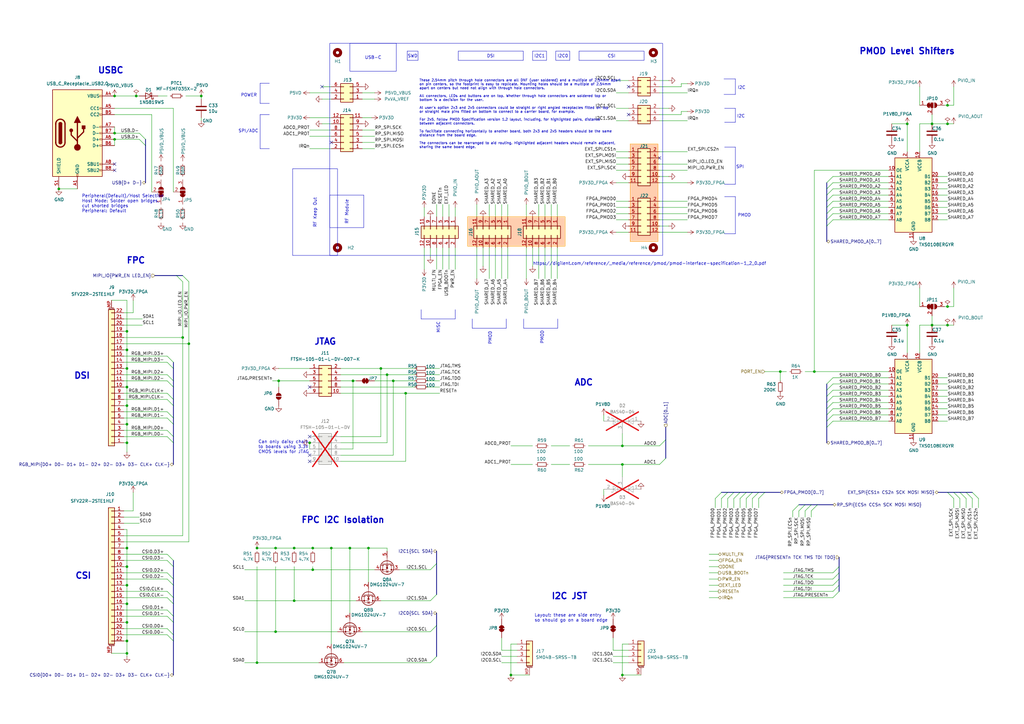
<source format=kicad_sch>
(kicad_sch (version 20250114) (generator "eeschema") (generator_version "9.0")
  (paper "A3")
  (title_block (title "SYZYGY MIPI Adapter") (rev "0.1") (company "tinyVision.ai Inc."))
  (rectangle (start 258.445 59.055) (end 269.875 99.06) (stroke (width 0) (color 255 159 0 1)) (fill (type color) (color 255 206 175 1)))
  (rectangle (start 135.255 17.78) (end 271.78 104.775))
  (rectangle (start 191.77 100.965) (end 231.775 88.9) (stroke (width 0) (color 255 159 0 1)) (fill (type color) (color 255 206 175 1)))
  (text "PMOD" (at 222.377 135.636 90) (effects (font (size 1.27 1.27)) (justify right)))
  (text "PMOD" (at 302.514 88.392 0) (effects (font (size 1.27 1.27)) (justify left)))
  (text "MISC" (at 179.07 134.366 90) (effects (font (size 1.27 1.27)) (justify top)))
  (text "I2C" (at 302.514 36.068 0) (effects (font (size 1.27 1.27)) (justify left)))
  (text "SPI" (at 303.53 67.818 0) (effects (font (size 1.27 1.27)) (justify top)))
  (text "USBC" (at 40.005 30.48 0) (effects (font (size 2.54 2.54) (thickness 0.508) (bold yes)) (justify left bottom)))
  (text "SPI/ADC" (at 101.854 53.086 0) (effects (font (size 1.27 1.27)) (justify top)))
  (text "JTAG" (at 128.778 141.732 0) (effects (font (size 2.54 2.54) (thickness 0.508) (bold yes)) (justify left bottom)))
  (text "https://digilent.com/reference/_media/reference/pmod/pmod-interface-specification-1_2_0.pdf" (at 266.446 108.204 0) (effects (font (size 1.27 1.27))))
  (text "ADC" (at 235.458 158.496 0) (effects (font (size 2.54 2.54) (thickness 0.508) (bold yes)) (justify left bottom)))
  (text "DSI" (at 37.084 155.702 0) (effects (font (size 2.54 2.54) (thickness 0.508) (bold yes)) (justify right bottom)))
  (text "Can only daisy chain\nto boards using 3.3V\nCMOS levels for JTAG" (at 105.918 183.388 0) (effects (font (size 1.27 1.27)) (justify left)))
  (text "POWER" (at 105.41 39.116 0) (effects (font (size 1.27 1.27)) (justify right)))
  (text "I2C" (at 302.26 47.752 0) (effects (font (size 1.27 1.27)) (justify left)))
  (text "These 2.54mm pitch through hole connectors are all DNF (user soldered) and a multiple of 2.54mm apart\non pin centers, so the footprint is easy to replicate. Mounting holes should be a multiple of 2.54mm\napart on centers but need not align with through hole connectors.\n\nAll connectors, LEDs and buttons are on top. Whether through hole connectors are soldered top or\nbottom is a decision for the user.\n\nAt user's option 2x3 and 2x5 connectors could be straight or right angled receptacles fitted on top\nor straight male pins fitted on bottom to connect to a carrier board, for example.\n\nFor 2x5, follow PMOD Specification version 1.2 layout, including, for highlighted pairs, distance\nbetween adjacent connectors.\n\nTo facilitate connecting horizontally to another board, both 2x3 and 2x5 headers should be the same\ndistance from the board edge.\n\nThe connectors can be rearranged to aid routing. Highlighted adjacent headers should remain adjacent,\nsharing the same board edge.\n" (at 171.958 32.512 0) (effects (font (size 1 1)) (justify left top)))
  (text "Layout: these are side entry\nso should go on a board edge" (at 219.202 253.492 0) (effects (font (size 1.27 1.27)) (justify left)))
  (text "Peripheral(Default)/Host Selection\nHost Mode: Solder open bridges,\ncut shorted bridges\nPeripheral: Default" (at 33.528 87.376 0) (effects (font (size 1.27 1.27)) (justify left bottom)))
  (text "FPC I2C Isolation" (at 123.444 214.884 0) (effects (font (size 2.54 2.54) (thickness 0.508) (bold yes)) (justify left bottom)))
  (text "I2C JST" (at 226.06 246.126 0) (effects (font (size 2.54 2.54) (thickness 0.508) (bold yes)) (justify left bottom)))
  (text "CSI" (at 37.592 237.744 0) (effects (font (size 2.54 2.54) (thickness 0.508) (bold yes)) (justify right bottom)))
  (text "PMOD Level Shifters" (at 352.298 22.606 0) (effects (font (size 2.54 2.54) (thickness 0.508) (bold yes)) (justify left bottom)))
  (text "FPC" (at 59.69 108.458 0) (effects (font (size 2.54 2.54) (thickness 0.508) (bold yes)) (justify right bottom)))
  (text "PMOD" (at 201.041 135.89 90) (effects (font (size 1.27 1.27)) (justify right)))
  (text_box "USB-C" (at 143.51 17.78 0) (size 19.05 11.43) (margins 0.9525 0.9525 0.9525 0.9525) (effects (font (size 1.27 1.27))))
  (text_box "DSI" (at 187.96 20.955 0) (size 26.67 3.81) (margins 0.9525 0.9525 0.9525 0.9525) (effects (font (size 1.27 1.27))))
  (text_box "CSI" (at 237.49 20.955 0) (size 26.67 3.81) (margins 0.9525 0.9525 0.9525 0.9525) (effects (font (size 1.27 1.27))))
  (text_box "I2C1" (at 218.44 20.955 0) (size 5.715 3.81) (margins 0.9525 0.9525 0.9525 0.9525) (effects (font (size 1.27 1.27))))
  (text_box "RF Module" (at 135.255 80.01 90) (size 13.97 13.335) (margins 0.9525 0.9525 0.9525 0.9525) (effects (font (size 1.27 1.27))))
  (text_box "I2C0" (at 227.965 20.955 0) (size 5.715 3.81) (margins 0.9525 0.9525 0.9525 0.9525) (effects (font (size 1.27 1.27))))
  (text_box "RF Keep Out" (at 120.015 69.215 90) (size 18.415 35.56) (margins 0.9525 0.9525 0.9525 0.9525) (effects (font (size 1.27 1.27))))
  (text_box "SWD" (at 167.005 20.955 0) (size 4.445 3.81) (margins 0.9525 0.9525 0.9525 0.9525) (effects (font (size 1.27 1.27))))
  (junction (at 52.07 166.37))
  (junction (at 52.07 135.89))
  (junction (at 320.04 152.4))
  (junction (at 46.99 57.15))
  (junction (at 113.03 224.79))
  (junction (at 143.51 224.79))
  (junction (at 113.03 259.08))
  (junction (at 128.27 224.79))
  (junction (at 334.01 152.4))
  (junction (at 52.07 158.75))
  (junction (at 382.27 133.35))
  (junction (at 114.3 156.21))
  (junction (at 46.99 54.61))
  (junction (at 135.89 224.79))
  (junction (at 372.11 50.8))
  (junction (at 388.62 43.18))
  (junction (at 52.07 255.27))
  (junction (at 151.13 224.79))
  (junction (at 372.11 133.35))
  (junction (at 52.07 262.89))
  (junction (at 52.07 224.79))
  (junction (at 105.41 224.79))
  (junction (at 52.07 173.99))
  (junction (at 74.93 138.43))
  (junction (at 120.65 224.79))
  (junction (at 105.41 271.78))
  (junction (at 255.27 276.86))
  (junction (at 156.21 151.13))
  (junction (at 82.55 39.37))
  (junction (at 52.07 181.61))
  (junction (at 128.27 233.68))
  (junction (at 77.47 140.97))
  (junction (at 209.55 276.86))
  (junction (at 255.27 190.5))
  (junction (at 161.29 156.21))
  (junction (at 120.65 246.38))
  (junction (at 388.62 125.73))
  (junction (at 127 181.61))
  (junction (at 52.07 143.51))
  (junction (at 55.88 39.37))
  (junction (at 144.78 156.21))
  (junction (at 52.07 151.13))
  (junction (at 255.27 182.88))
  (junction (at 158.75 153.67))
  (junction (at 388.62 133.35))
  (junction (at 388.62 50.8))
  (junction (at 166.37 161.29))
  (junction (at 46.99 39.37))
  (junction (at 52.07 247.65))
  (junction (at 382.27 50.8))
  (junction (at 52.07 232.41))
  (junction (at 24.13 77.47))
  (junction (at 52.07 267.97))
  (junction (at 52.07 240.03))
  (no_connect (at 135.89 58.42))
  (no_connect (at 257.81 46.99))
  (no_connect (at 257.81 35.56))
  (no_connect (at 132.08 35.56))
  (no_connect (at 127 179.07))
  (no_connect (at 127 186.69))
  (no_connect (at 46.99 69.85))
  (no_connect (at 46.99 67.31))
  (no_connect (at 270.51 64.77))
  (no_connect (at 127 158.75))
  (no_connect (at 127 189.23))
  (bus_entry (at 339.09 85.09) (size 2.54 -2.54))
  (bus_entry (at 71.12 166.37) (size -2.54 -2.54))
  (bus_entry (at 339.09 167.64) (size 2.54 -2.54))
  (bus_entry (at 71.12 173.99) (size -2.54 -2.54))
  (bus_entry (at 391.16 201.93) (size 2.54 2.54))
  (bus_entry (at 71.12 181.61) (size -2.54 -2.54))
  (bus_entry (at 179.07 231.14) (size -2.54 2.54))
  (bus_entry (at 339.09 175.26) (size 2.54 -2.54))
  (bus_entry (at 71.12 148.59) (size -2.54 -2.54))
  (bus_entry (at 313.69 201.93) (size -2.54 2.54))
  (bus_entry (at 71.12 163.83) (size -2.54 -2.54))
  (bus_entry (at 59.69 59.69) (size -2.54 -2.54))
  (bus_entry (at 339.09 160.02) (size 2.54 -2.54))
  (bus_entry (at 298.45 201.93) (size -2.54 2.54))
  (bus_entry (at 71.12 245.11) (size -2.54 -2.54))
  (bus_entry (at 339.09 162.56) (size 2.54 -2.54))
  (bus_entry (at 339.09 92.71) (size 2.54 -2.54))
  (bus_entry (at 339.09 172.72) (size 2.54 -2.54))
  (bus_entry (at 71.12 232.41) (size -2.54 -2.54))
  (bus_entry (at 396.24 201.93) (size 2.54 2.54))
  (bus_entry (at 339.09 87.63) (size 2.54 -2.54))
  (bus_entry (at 327.66 207.01) (size -2.54 2.54))
  (bus_entry (at 393.7 201.93) (size 2.54 2.54))
  (bus_entry (at 330.2 207.01) (size -2.54 2.54))
  (bus_entry (at 71.12 229.87) (size -2.54 -2.54))
  (bus_entry (at 71.12 237.49) (size -2.54 -2.54))
  (bus_entry (at 339.09 157.48) (size 2.54 -2.54))
  (bus_entry (at 344.17 237.49) (size -2.54 2.54))
  (bus_entry (at 273.05 180.34) (size -2.54 2.54))
  (bus_entry (at 71.12 240.03) (size -2.54 -2.54))
  (bus_entry (at 339.09 80.01) (size 2.54 -2.54))
  (bus_entry (at 332.74 207.01) (size -2.54 2.54))
  (bus_entry (at 71.12 262.89) (size -2.54 -2.54))
  (bus_entry (at 339.09 82.55) (size 2.54 -2.54))
  (bus_entry (at 71.12 179.07) (size -2.54 -2.54))
  (bus_entry (at 339.09 170.18) (size 2.54 -2.54))
  (bus_entry (at 179.07 269.24) (size -2.54 2.54))
  (bus_entry (at 398.78 201.93) (size 2.54 2.54))
  (bus_entry (at 74.93 113.03) (size 2.54 2.54))
  (bus_entry (at 303.53 201.93) (size -2.54 2.54))
  (bus_entry (at 335.28 207.01) (size -2.54 2.54))
  (bus_entry (at 308.61 201.93) (size -2.54 2.54))
  (bus_entry (at 71.12 252.73) (size -2.54 -2.54))
  (bus_entry (at 71.12 260.35) (size -2.54 -2.54))
  (bus_entry (at 311.15 201.93) (size -2.54 2.54))
  (bus_entry (at 300.99 201.93) (size -2.54 2.54))
  (bus_entry (at 339.09 74.93) (size 2.54 -2.54))
  (bus_entry (at 306.07 201.93) (size -2.54 2.54))
  (bus_entry (at 71.12 247.65) (size -2.54 -2.54))
  (bus_entry (at 295.91 201.93) (size -2.54 2.54))
  (bus_entry (at 344.17 234.95) (size -2.54 2.54))
  (bus_entry (at 179.07 243.84) (size -2.54 2.54))
  (bus_entry (at 388.62 201.93) (size 2.54 2.54))
  (bus_entry (at 344.17 232.41) (size -2.54 2.54))
  (bus_entry (at 71.12 158.75) (size -2.54 -2.54))
  (bus_entry (at 339.09 165.1) (size 2.54 -2.54))
  (bus_entry (at 344.17 240.03) (size -2.54 2.54))
  (bus_entry (at 72.39 113.03) (size 2.54 2.54))
  (bus_entry (at 71.12 151.13) (size -2.54 -2.54))
  (bus_entry (at 339.09 77.47) (size 2.54 -2.54))
  (bus_entry (at 59.69 57.15) (size -2.54 -2.54))
  (bus_entry (at 339.09 90.17) (size 2.54 -2.54))
  (bus_entry (at 71.12 255.27) (size -2.54 -2.54))
  (bus_entry (at 344.17 242.57) (size -2.54 2.54))
  (bus_entry (at 71.12 171.45) (size -2.54 -2.54))
  (bus_entry (at 71.12 156.21) (size -2.54 -2.54))
  (bus_entry (at 273.05 187.96) (size -2.54 2.54))
  (bus_entry (at 179.07 256.54) (size -2.54 2.54))
  (polyline (pts (xy 207.645 134.62) (xy 193.675 134.62)))
  (wire (pts (xy 175.26 153.67) (xy 180.34 153.67)))
  (wire (pts (xy 388.62 170.18) (xy 384.81 170.18)))
  (wire (pts (xy 50.8 255.27) (xy 52.07 255.27)))
  (wire (pts (xy 58.42 133.35) (xy 50.8 133.35)))
  (bus (pts (xy 339.09 82.55) (xy 339.09 85.09)))
  (wire (pts (xy 50.8 240.03) (xy 52.07 240.03)))
  (wire (pts (xy 341.63 80.01) (xy 364.49 80.01)))
  (wire (pts (xy 175.26 156.21) (xy 180.34 156.21)))
  (wire (pts (xy 228.6 83.82) (xy 228.6 88.9)))
  (bus (pts (xy 339.09 165.1) (xy 339.09 167.64)))
  (wire (pts (xy 184.15 88.9) (xy 184.15 83.82)))
  (wire (pts (xy 139.7 161.29) (xy 166.37 161.29)))
  (bus (pts (xy 327.66 207.01) (xy 330.2 207.01)))
  (wire (pts (xy 270.51 90.17) (xy 281.94 90.17)))
  (bus (pts (xy 339.09 87.63) (xy 339.09 90.17)))
  (polyline (pts (xy 106.68 34.163) (xy 106.68 42.418)))
  (wire (pts (xy 257.81 85.09) (xy 252.73 85.09)))
  (wire (pts (xy 270.51 74.93) (xy 281.94 74.93)))
  (wire (pts (xy 208.28 83.82) (xy 208.28 88.9)))
  (wire (pts (xy 58.42 130.81) (xy 50.8 130.81)))
  (wire (pts (xy 252.73 62.23) (xy 257.81 62.23)))
  (wire (pts (xy 52.07 240.03) (xy 52.07 247.65)))
  (bus (pts (xy 344.17 237.49) (xy 344.17 240.03)))
  (wire (pts (xy 120.65 246.38) (xy 146.05 246.38)))
  (wire (pts (xy 306.07 204.47) (xy 306.07 208.28)))
  (wire (pts (xy 290.83 232.41) (xy 294.64 232.41)))
  (wire (pts (xy 321.31 242.57) (xy 341.63 242.57)))
  (polyline (pts (xy 301.625 44.45) (xy 297.18 44.45)))
  (wire (pts (xy 153.67 156.21) (xy 161.29 156.21)))
  (wire (pts (xy 176.53 105.41) (xy 176.53 101.6)))
  (wire (pts (xy 388.62 80.01) (xy 384.81 80.01)))
  (wire (pts (xy 391.16 118.11) (xy 391.16 125.73)))
  (wire (pts (xy 270.51 85.09) (xy 281.94 85.09)))
  (wire (pts (xy 50.8 151.13) (xy 52.07 151.13)))
  (wire (pts (xy 313.69 152.4) (xy 320.04 152.4)))
  (wire (pts (xy 158.75 224.79) (xy 151.13 224.79)))
  (polyline (pts (xy 106.68 42.418) (xy 110.49 42.418)))
  (wire (pts (xy 203.2 101.6) (xy 203.2 114.3)))
  (wire (pts (xy 68.58 148.59) (xy 50.8 148.59)))
  (wire (pts (xy 45.72 123.19) (xy 52.07 123.19)))
  (wire (pts (xy 377.19 133.35) (xy 377.19 144.78)))
  (bus (pts (xy 71.12 163.83) (xy 71.12 166.37)))
  (wire (pts (xy 114.3 151.13) (xy 127 151.13)))
  (wire (pts (xy 152.4 48.26) (xy 148.59 48.26)))
  (wire (pts (xy 144.78 156.21) (xy 146.05 156.21)))
  (wire (pts (xy 341.63 157.48) (xy 364.49 157.48)))
  (wire (pts (xy 274.32 44.45) (xy 270.51 44.45)))
  (wire (pts (xy 156.21 179.07) (xy 156.21 151.13)))
  (wire (pts (xy 382.27 129.54) (xy 382.27 133.35)))
  (wire (pts (xy 144.78 184.15) (xy 139.7 184.15)))
  (wire (pts (xy 341.63 165.1) (xy 364.49 165.1)))
  (wire (pts (xy 111.76 156.21) (xy 114.3 156.21)))
  (wire (pts (xy 52.07 269.24) (xy 52.07 267.97)))
  (wire (pts (xy 100.33 259.08) (xy 113.03 259.08)))
  (wire (pts (xy 372.11 50.8) (xy 372.11 62.23)))
  (wire (pts (xy 68.58 250.19) (xy 50.8 250.19)))
  (wire (pts (xy 113.03 224.79) (xy 120.65 224.79)))
  (wire (pts (xy 251.46 269.24) (xy 257.81 269.24)))
  (wire (pts (xy 257.81 82.55) (xy 252.73 82.55)))
  (bus (pts (xy 344.17 240.03) (xy 344.17 242.57)))
  (wire (pts (xy 52.07 173.99) (xy 52.07 181.61)))
  (wire (pts (xy 139.7 186.69) (xy 161.29 186.69)))
  (bus (pts (xy 300.99 201.93) (xy 303.53 201.93)))
  (wire (pts (xy 52.07 247.65) (xy 52.07 255.27)))
  (wire (pts (xy 298.45 204.47) (xy 298.45 208.28)))
  (wire (pts (xy 52.07 151.13) (xy 52.07 158.75)))
  (bus (pts (xy 295.91 201.93) (xy 298.45 201.93)))
  (wire (pts (xy 274.32 72.39) (xy 270.51 72.39)))
  (bus (pts (xy 71.12 237.49) (xy 71.12 240.03)))
  (wire (pts (xy 247.65 170.18) (xy 247.65 172.72)))
  (polyline (pts (xy 228.727 130.81) (xy 228.727 134.62)))
  (bus (pts (xy 59.69 57.15) (xy 59.69 59.69)))
  (wire (pts (xy 52.07 158.75) (xy 52.07 166.37)))
  (wire (pts (xy 255.27 177.8) (xy 255.27 182.88)))
  (wire (pts (xy 50.8 143.51) (xy 52.07 143.51)))
  (wire (pts (xy 241.3 190.5) (xy 255.27 190.5)))
  (wire (pts (xy 321.31 237.49) (xy 341.63 237.49)))
  (wire (pts (xy 100.33 271.78) (xy 105.41 271.78)))
  (wire (pts (xy 377.19 50.8) (xy 382.27 50.8)))
  (wire (pts (xy 46.99 57.15) (xy 46.99 59.69)))
  (wire (pts (xy 388.62 160.02) (xy 384.81 160.02)))
  (wire (pts (xy 120.65 224.79) (xy 128.27 224.79)))
  (bus (pts (xy 71.12 171.45) (xy 71.12 173.99)))
  (wire (pts (xy 52.07 143.51) (xy 52.07 151.13)))
  (wire (pts (xy 175.26 158.75) (xy 180.34 158.75)))
  (wire (pts (xy 52.07 217.17) (xy 52.07 224.79)))
  (wire (pts (xy 325.12 209.55) (xy 325.12 212.09)))
  (wire (pts (xy 128.27 233.68) (xy 153.67 233.68)))
  (wire (pts (xy 195.58 101.6) (xy 195.58 114.3)))
  (wire (pts (xy 77.47 140.97) (xy 77.47 222.25)))
  (wire (pts (xy 279.4 34.29) (xy 279.4 35.56)))
  (wire (pts (xy 205.74 271.78) (xy 212.09 271.78)))
  (wire (pts (xy 208.28 101.6) (xy 208.28 114.3)))
  (wire (pts (xy 139.7 158.75) (xy 170.18 158.75)))
  (wire (pts (xy 270.51 87.63) (xy 281.94 87.63)))
  (wire (pts (xy 158.75 224.79) (xy 158.75 226.06)))
  (bus (pts (xy 339.09 157.48) (xy 339.09 160.02)))
  (wire (pts (xy 50.8 166.37) (xy 52.07 166.37)))
  (bus (pts (xy 71.12 173.99) (xy 71.12 179.07)))
  (wire (pts (xy 132.08 35.56) (xy 135.89 35.56)))
  (polyline (pts (xy 297.18 60.325) (xy 301.625 60.325)))
  (bus (pts (xy 391.16 201.93) (xy 393.7 201.93)))
  (bus (pts (xy 179.07 256.54) (xy 179.07 269.24)))
  (wire (pts (xy 156.21 151.13) (xy 170.18 151.13)))
  (wire (pts (xy 113.03 259.08) (xy 138.43 259.08)))
  (wire (pts (xy 24.13 77.47) (xy 31.75 77.47)))
  (wire (pts (xy 127 60.96) (xy 135.89 60.96)))
  (wire (pts (xy 68.58 229.87) (xy 50.8 229.87)))
  (wire (pts (xy 68.58 227.33) (xy 50.8 227.33)))
  (wire (pts (xy 215.9 101.6) (xy 215.9 114.3)))
  (wire (pts (xy 127 53.34) (xy 135.89 53.34)))
  (bus (pts (xy 71.12 255.27) (xy 71.12 260.35)))
  (wire (pts (xy 135.89 224.79) (xy 128.27 224.79)))
  (wire (pts (xy 341.63 74.93) (xy 364.49 74.93)))
  (bus (pts (xy 384.81 201.93) (xy 388.62 201.93)))
  (wire (pts (xy 153.67 38.1) (xy 148.59 38.1)))
  (wire (pts (xy 151.13 224.79) (xy 151.13 238.76)))
  (wire (pts (xy 241.3 182.88) (xy 255.27 182.88)))
  (wire (pts (xy 68.58 146.05) (xy 50.8 146.05)))
  (wire (pts (xy 341.63 72.39) (xy 364.49 72.39)))
  (wire (pts (xy 388.62 85.09) (xy 384.81 85.09)))
  (wire (pts (xy 388.62 72.39) (xy 384.81 72.39)))
  (wire (pts (xy 173.99 110.49) (xy 173.99 101.6)))
  (wire (pts (xy 175.26 151.13) (xy 180.34 151.13)))
  (bus (pts (xy 339.09 175.26) (xy 339.09 181.61)))
  (polyline (pts (xy 301.625 50.165) (xy 301.625 44.45)))
  (wire (pts (xy 377.19 35.56) (xy 377.19 43.18)))
  (polyline (pts (xy 301.625 75.565) (xy 298.45 75.565)))
  (bus (pts (xy 344.17 232.41) (xy 344.17 234.95)))
  (wire (pts (xy 64.77 39.37) (xy 68.58 39.37)))
  (wire (pts (xy 50.8 217.17) (xy 52.07 217.17)))
  (wire (pts (xy 226.06 101.6) (xy 226.06 114.3)))
  (wire (pts (xy 252.73 64.77) (xy 257.81 64.77)))
  (wire (pts (xy 388.62 125.73) (xy 387.35 125.73)))
  (wire (pts (xy 68.58 234.95) (xy 50.8 234.95)))
  (wire (pts (xy 388.62 74.93) (xy 384.81 74.93)))
  (wire (pts (xy 255.27 195.58) (xy 255.27 190.5)))
  (wire (pts (xy 321.31 234.95) (xy 341.63 234.95)))
  (wire (pts (xy 281.94 34.29) (xy 279.4 34.29)))
  (polyline (pts (xy 296.926 38.735) (xy 301.625 38.735)))
  (wire (pts (xy 290.83 245.11) (xy 294.64 245.11)))
  (wire (pts (xy 105.41 271.78) (xy 130.81 271.78)))
  (wire (pts (xy 113.03 232.41) (xy 113.03 259.08)))
  (wire (pts (xy 290.83 234.95) (xy 294.64 234.95)))
  (wire (pts (xy 52.07 123.19) (xy 52.07 135.89)))
  (wire (pts (xy 220.98 101.6) (xy 220.98 114.3)))
  (wire (pts (xy 270.51 49.53) (xy 281.94 49.53)))
  (wire (pts (xy 257.81 264.16) (xy 255.27 264.16)))
  (wire (pts (xy 252.73 74.93) (xy 257.81 74.93)))
  (wire (pts (xy 255.27 276.86) (xy 262.89 276.86)))
  (polyline (pts (xy 301.625 80.645) (xy 297.18 80.645)))
  (wire (pts (xy 127 181.61) (xy 127 184.15)))
  (wire (pts (xy 135.89 224.79) (xy 143.51 224.79)))
  (wire (pts (xy 153.67 55.88) (xy 148.59 55.88)))
  (wire (pts (xy 330.2 152.4) (xy 334.01 152.4)))
  (wire (pts (xy 68.58 179.07) (xy 50.8 179.07)))
  (bus (pts (xy 339.09 80.01) (xy 339.09 82.55)))
  (wire (pts (xy 388.62 50.8) (xy 391.16 50.8)))
  (wire (pts (xy 140.97 271.78) (xy 176.53 271.78)))
  (wire (pts (xy 332.74 209.55) (xy 332.74 212.09)))
  (wire (pts (xy 209.55 264.16) (xy 209.55 276.86)))
  (bus (pts (xy 71.12 232.41) (xy 71.12 237.49)))
  (wire (pts (xy 76.2 39.37) (xy 82.55 39.37)))
  (bus (pts (xy 59.69 59.69) (xy 59.69 74.93)))
  (wire (pts (xy 270.51 46.99) (xy 279.4 46.99)))
  (polyline (pts (xy 301.625 32.385) (xy 296.926 32.385)))
  (wire (pts (xy 203.2 83.82) (xy 203.2 88.9)))
  (polyline (pts (xy 301.625 38.735) (xy 301.625 32.385)))
  (wire (pts (xy 223.52 83.82) (xy 223.52 88.9)))
  (bus (pts (xy 396.24 201.93) (xy 398.78 201.93)))
  (wire (pts (xy 274.32 33.02) (xy 270.51 33.02)))
  (wire (pts (xy 68.58 168.91) (xy 50.8 168.91)))
  (wire (pts (xy 251.46 261.62) (xy 251.46 266.7)))
  (wire (pts (xy 205.74 261.62) (xy 205.74 266.7)))
  (wire (pts (xy 303.53 204.47) (xy 303.53 208.28)))
  (bus (pts (xy 308.61 201.93) (xy 311.15 201.93)))
  (bus (pts (xy 344.17 234.95) (xy 344.17 237.49)))
  (wire (pts (xy 161.29 156.21) (xy 170.18 156.21)))
  (wire (pts (xy 54.61 128.27) (xy 50.8 128.27)))
  (wire (pts (xy 161.29 156.21) (xy 161.29 186.69)))
  (polyline (pts (xy 186.69 127) (xy 186.69 130.81)))
  (bus (pts (xy 339.09 74.93) (xy 339.09 77.47)))
  (wire (pts (xy 365.76 50.8) (xy 372.11 50.8)))
  (bus (pts (xy 74.93 113.03) (xy 72.39 113.03)))
  (bus (pts (xy 339.09 167.64) (xy 339.09 170.18)))
  (bus (pts (xy 273.05 175.26) (xy 273.05 180.34)))
  (wire (pts (xy 377.19 118.11) (xy 377.19 125.73)))
  (wire (pts (xy 341.63 87.63) (xy 364.49 87.63)))
  (wire (pts (xy 77.47 140.97) (xy 50.8 140.97)))
  (wire (pts (xy 321.31 245.11) (xy 341.63 245.11)))
  (polyline (pts (xy 106.68 60.96) (xy 106.68 46.99)))
  (wire (pts (xy 82.55 40.64) (xy 82.55 39.37)))
  (wire (pts (xy 270.51 67.31) (xy 281.94 67.31)))
  (polyline (pts (xy 106.68 46.99) (xy 110.49 46.99)))
  (wire (pts (xy 68.58 176.53) (xy 50.8 176.53)))
  (wire (pts (xy 341.63 172.72) (xy 364.49 172.72)))
  (wire (pts (xy 139.7 156.21) (xy 144.78 156.21)))
  (wire (pts (xy 212.09 266.7) (xy 205.74 266.7)))
  (wire (pts (xy 270.51 95.25) (xy 281.94 95.25)))
  (bus (pts (xy 335.28 207.01) (xy 341.63 207.01)))
  (bus (pts (xy 71.12 229.87) (xy 71.12 232.41)))
  (wire (pts (xy 46.99 46.99) (xy 62.23 46.99)))
  (wire (pts (xy 120.65 232.41) (xy 120.65 246.38)))
  (bus (pts (xy 179.07 251.46) (xy 179.07 256.54)))
  (bus (pts (xy 339.09 92.71) (xy 339.09 99.06)))
  (wire (pts (xy 388.62 172.72) (xy 384.81 172.72)))
  (wire (pts (xy 143.51 224.79) (xy 143.51 251.46)))
  (wire (pts (xy 341.63 154.94) (xy 364.49 154.94)))
  (wire (pts (xy 257.81 90.17) (xy 252.73 90.17)))
  (bus (pts (xy 71.12 151.13) (xy 71.12 156.21)))
  (wire (pts (xy 321.31 240.03) (xy 341.63 240.03)))
  (wire (pts (xy 334.01 152.4) (xy 364.49 152.4)))
  (wire (pts (xy 68.58 171.45) (xy 50.8 171.45)))
  (wire (pts (xy 290.83 240.03) (xy 294.64 240.03)))
  (wire (pts (xy 257.81 87.63) (xy 252.73 87.63)))
  (wire (pts (xy 68.58 163.83) (xy 50.8 163.83)))
  (wire (pts (xy 377.19 133.35) (xy 382.27 133.35)))
  (wire (pts (xy 295.91 204.47) (xy 295.91 208.28)))
  (wire (pts (xy 257.81 266.7) (xy 251.46 266.7)))
  (wire (pts (xy 215.9 83.82) (xy 215.9 88.9)))
  (wire (pts (xy 153.67 40.64) (xy 148.59 40.64)))
  (wire (pts (xy 377.19 50.8) (xy 377.19 62.23)))
  (polyline (pts (xy 110.49 60.96) (xy 106.68 60.96)))
  (wire (pts (xy 290.83 237.49) (xy 294.64 237.49)))
  (wire (pts (xy 179.07 88.9) (xy 179.07 83.82)))
  (wire (pts (xy 50.8 247.65) (xy 52.07 247.65)))
  (bus (pts (xy 339.09 162.56) (xy 339.09 165.1)))
  (wire (pts (xy 382.27 46.99) (xy 382.27 50.8)))
  (polyline (pts (xy 172.72 130.81) (xy 172.72 127)))
  (wire (pts (xy 105.41 224.79) (xy 113.03 224.79)))
  (wire (pts (xy 50.8 138.43) (xy 74.93 138.43)))
  (wire (pts (xy 209.55 276.86) (xy 217.17 276.86)))
  (wire (pts (xy 50.8 158.75) (xy 52.07 158.75)))
  (wire (pts (xy 218.44 109.22) (xy 218.44 101.6)))
  (wire (pts (xy 166.37 189.23) (xy 166.37 161.29)))
  (wire (pts (xy 398.78 204.47) (xy 398.78 208.28)))
  (wire (pts (xy 391.16 35.56) (xy 391.16 43.18)))
  (wire (pts (xy 77.47 115.57) (xy 77.47 140.97)))
  (wire (pts (xy 200.66 101.6) (xy 200.66 114.3)))
  (wire (pts (xy 114.3 156.21) (xy 114.3 158.75)))
  (bus (pts (xy 71.12 252.73) (xy 71.12 255.27)))
  (wire (pts (xy 365.76 133.35) (xy 372.11 133.35)))
  (wire (pts (xy 255.27 182.88) (xy 270.51 182.88)))
  (wire (pts (xy 300.99 204.47) (xy 300.99 208.28)))
  (wire (pts (xy 247.65 203.2) (xy 247.65 200.66)))
  (bus (pts (xy 71.12 240.03) (xy 71.12 245.11)))
  (polyline (pts (xy 297.18 95.885) (xy 301.625 95.885)))
  (wire (pts (xy 127 48.26) (xy 135.89 48.26)))
  (wire (pts (xy 68.58 237.49) (xy 50.8 237.49)))
  (wire (pts (xy 226.06 190.5) (xy 233.68 190.5)))
  (wire (pts (xy 388.62 82.55) (xy 384.81 82.55)))
  (polyline (pts (xy 297.18 50.165) (xy 301.625 50.165)))
  (wire (pts (xy 52.07 135.89) (xy 52.07 143.51)))
  (wire (pts (xy 105.41 232.41) (xy 105.41 271.78)))
  (wire (pts (xy 372.11 133.35) (xy 372.11 144.78)))
  (wire (pts (xy 388.62 167.64) (xy 384.81 167.64)))
  (wire (pts (xy 52.07 224.79) (xy 52.07 232.41)))
  (wire (pts (xy 393.7 204.47) (xy 393.7 208.28)))
  (wire (pts (xy 144.78 156.21) (xy 144.78 184.15)))
  (bus (pts (xy 313.69 201.93) (xy 320.04 201.93)))
  (wire (pts (xy 388.62 165.1) (xy 384.81 165.1)))
  (bus (pts (xy 71.12 148.59) (xy 71.12 151.13)))
  (wire (pts (xy 135.89 224.79) (xy 135.89 264.16)))
  (wire (pts (xy 270.51 82.55) (xy 281.94 82.55)))
  (wire (pts (xy 132.08 50.8) (xy 135.89 50.8)))
  (wire (pts (xy 388.62 90.17) (xy 384.81 90.17)))
  (wire (pts (xy 68.58 257.81) (xy 50.8 257.81)))
  (bus (pts (xy 388.62 201.93) (xy 391.16 201.93)))
  (wire (pts (xy 52.07 267.97) (xy 45.72 267.97)))
  (bus (pts (xy 71.12 181.61) (xy 71.12 190.5)))
  (bus (pts (xy 306.07 201.93) (xy 308.61 201.93)))
  (wire (pts (xy 391.16 204.47) (xy 391.16 208.28)))
  (wire (pts (xy 391.16 43.18) (xy 388.62 43.18)))
  (bus (pts (xy 179.07 231.14) (xy 179.07 243.84)))
  (wire (pts (xy 46.99 44.45) (xy 71.12 44.45)))
  (wire (pts (xy 82.55 48.26) (xy 82.55 49.53)))
  (wire (pts (xy 57.15 214.63) (xy 50.8 214.63)))
  (wire (pts (xy 68.58 156.21) (xy 50.8 156.21)))
  (wire (pts (xy 311.15 204.47) (xy 311.15 208.28)))
  (wire (pts (xy 181.61 110.49) (xy 181.61 101.6)))
  (bus (pts (xy 339.09 77.47) (xy 339.09 80.01)))
  (wire (pts (xy 341.63 162.56) (xy 364.49 162.56)))
  (bus (pts (xy 311.15 201.93) (xy 313.69 201.93)))
  (wire (pts (xy 401.32 204.47) (xy 401.32 208.28)))
  (wire (pts (xy 68.58 260.35) (xy 50.8 260.35)))
  (wire (pts (xy 181.61 88.9) (xy 181.61 83.82)))
  (wire (pts (xy 156.21 246.38) (xy 176.53 246.38)))
  (wire (pts (xy 341.63 167.64) (xy 364.49 167.64)))
  (wire (pts (xy 341.63 170.18) (xy 364.49 170.18)))
  (bus (pts (xy 71.12 245.11) (xy 71.12 247.65)))
  (wire (pts (xy 330.2 209.55) (xy 330.2 212.09)))
  (bus (pts (xy 71.12 260.35) (xy 71.12 262.89)))
  (wire (pts (xy 148.59 60.96) (xy 153.67 60.96)))
  (wire (pts (xy 52.07 262.89) (xy 50.8 262.89)))
  (wire (pts (xy 57.15 212.09) (xy 50.8 212.09)))
  (wire (pts (xy 68.58 245.11) (xy 50.8 245.11)))
  (wire (pts (xy 209.55 190.5) (xy 218.44 190.5)))
  (wire (pts (xy 281.94 45.72) (xy 279.4 45.72)))
  (wire (pts (xy 52.07 185.42) (xy 52.07 181.61)))
  (bus (pts (xy 330.2 207.01) (xy 332.74 207.01)))
  (bus (pts (xy 339.09 160.02) (xy 339.09 162.56)))
  (wire (pts (xy 388.62 87.63) (xy 384.81 87.63)))
  (wire (pts (xy 62.23 46.99) (xy 62.23 78.74)))
  (wire (pts (xy 320.04 152.4) (xy 322.58 152.4)))
  (wire (pts (xy 388.62 162.56) (xy 384.81 162.56)))
  (wire (pts (xy 255.27 190.5) (xy 270.51 190.5)))
  (wire (pts (xy 391.16 125.73) (xy 388.62 125.73)))
  (wire (pts (xy 341.63 77.47) (xy 364.49 77.47)))
  (wire (pts (xy 139.7 189.23) (xy 166.37 189.23)))
  (wire (pts (xy 290.83 242.57) (xy 294.64 242.57)))
  (wire (pts (xy 54.61 209.55) (xy 50.8 209.55)))
  (wire (pts (xy 158.75 153.67) (xy 170.18 153.67)))
  (wire (pts (xy 388.62 133.35) (xy 391.16 133.35)))
  (wire (pts (xy 252.73 33.02) (xy 257.81 33.02)))
  (wire (pts (xy 186.69 110.49) (xy 186.69 101.6)))
  (wire (pts (xy 100.33 246.38) (xy 120.65 246.38)))
  (wire (pts (xy 46.99 52.07) (xy 46.99 54.61)))
  (bus (pts (xy 71.12 262.89) (xy 71.12 276.86)))
  (polyline (pts (xy 297.18 75.565) (xy 298.45 75.565)))
  (wire (pts (xy 46.99 54.61) (xy 57.15 54.61)))
  (polyline (pts (xy 214.757 134.62) (xy 214.757 130.81)))
  (wire (pts (xy 270.51 35.56) (xy 279.4 35.56)))
  (wire (pts (xy 179.07 110.49) (xy 179.07 101.6)))
  (wire (pts (xy 290.83 227.33) (xy 294.64 227.33)))
  (wire (pts (xy 279.4 45.72) (xy 279.4 46.99)))
  (wire (pts (xy 270.51 62.23) (xy 281.94 62.23)))
  (wire (pts (xy 341.63 160.02) (xy 364.49 160.02)))
  (wire (pts (xy 388.62 77.47) (xy 384.81 77.47)))
  (bus (pts (xy 71.12 166.37) (xy 71.12 171.45)))
  (wire (pts (xy 46.99 57.15) (xy 57.15 57.15)))
  (bus (pts (xy 339.09 170.18) (xy 339.09 172.72)))
  (wire (pts (xy 50.8 173.99) (xy 52.07 173.99)))
  (wire (pts (xy 68.58 153.67) (xy 50.8 153.67)))
  (bus (pts (xy 298.45 201.93) (xy 300.99 201.93)))
  (wire (pts (xy 205.74 269.24) (xy 212.09 269.24)))
  (wire (pts (xy 50.8 222.25) (xy 77.47 222.25)))
  (bus (pts (xy 339.09 90.17) (xy 339.09 92.71)))
  (wire (pts (xy 74.93 219.71) (xy 74.93 138.43)))
  (wire (pts (xy 257.81 38.1) (xy 252.73 38.1)))
  (wire (pts (xy 100.33 233.68) (xy 128.27 233.68)))
  (bus (pts (xy 71.12 179.07) (xy 71.12 181.61)))
  (wire (pts (xy 71.12 44.45) (xy 71.12 78.74)))
  (wire (pts (xy 52.07 267.97) (xy 52.07 262.89)))
  (wire (pts (xy 68.58 161.29) (xy 50.8 161.29)))
  (wire (pts (xy 252.73 95.25) (xy 257.81 95.25)))
  (wire (pts (xy 198.12 109.22) (xy 198.12 101.6)))
  (bus (pts (xy 393.7 201.93) (xy 396.24 201.93)))
  (wire (pts (xy 68.58 252.73) (xy 50.8 252.73)))
  (wire (pts (xy 139.7 181.61) (xy 158.75 181.61)))
  (bus (pts (xy 71.12 247.65) (xy 71.12 252.73)))
  (wire (pts (xy 54.61 123.19) (xy 54.61 128.27)))
  (bus (pts (xy 71.12 156.21) (xy 71.12 158.75)))
  (wire (pts (xy 139.7 151.13) (xy 156.21 151.13)))
  (wire (pts (xy 388.62 157.48) (xy 384.81 157.48)))
  (wire (pts (xy 251.46 271.78) (xy 257.81 271.78)))
  (wire (pts (xy 52.07 232.41) (xy 52.07 240.03)))
  (wire (pts (xy 200.66 83.82) (xy 200.66 88.9)))
  (polyline (pts (xy 301.625 60.325) (xy 301.625 75.565)))
  (bus (pts (xy 71.12 158.75) (xy 71.12 163.83)))
  (wire (pts (xy 163.83 233.68) (xy 176.53 233.68)))
  (wire (pts (xy 334.01 152.4) (xy 334.01 69.85)))
  (wire (pts (xy 50.8 219.71) (xy 74.93 219.71)))
  (wire (pts (xy 290.83 229.87) (xy 294.64 229.87)))
  (polyline (pts (xy 193.675 134.62) (xy 193.675 130.81)))
  (wire (pts (xy 139.7 153.67) (xy 158.75 153.67)))
  (bus (pts (xy 339.09 85.09) (xy 339.09 87.63)))
  (wire (pts (xy 127 38.1) (xy 135.89 38.1)))
  (wire (pts (xy 55.88 39.37) (xy 57.15 39.37)))
  (bus (pts (xy 332.74 207.01) (xy 335.28 207.01)))
  (wire (pts (xy 50.8 135.89) (xy 52.07 135.89)))
  (wire (pts (xy 223.52 101.6) (xy 223.52 114.3)))
  (wire (pts (xy 320.04 152.4) (xy 320.04 156.21)))
  (wire (pts (xy 50.8 224.79) (xy 52.07 224.79)))
  (bus (pts (xy 344.17 228.6) (xy 344.17 232.41)))
  (wire (pts (xy 341.63 85.09) (xy 364.49 85.09)))
  (wire (pts (xy 166.37 161.29) (xy 180.34 161.29)))
  (wire (pts (xy 68.58 242.57) (xy 50.8 242.57)))
  (wire (pts (xy 341.63 90.17) (xy 364.49 90.17)))
  (wire (pts (xy 334.01 69.85) (xy 364.49 69.85)))
  (wire (pts (xy 220.98 83.82) (xy 220.98 88.9)))
  (wire (pts (xy 252.73 67.31) (xy 257.81 67.31)))
  (wire (pts (xy 186.69 88.9) (xy 186.69 85.09)))
  (wire (pts (xy 255.27 264.16) (xy 255.27 276.86)))
  (bus (pts (xy 179.07 226.06) (xy 179.07 231.14)))
  (wire (pts (xy 257.81 49.53) (xy 252.73 49.53)))
  (wire (pts (xy 388.62 43.18) (xy 387.35 43.18)))
  (polyline (pts (xy 186.69 130.81) (xy 172.72 130.81)))
  (bus (pts (xy 339.09 172.72) (xy 339.09 175.26)))
  (wire (pts (xy 388.62 154.94) (xy 384.81 154.94)))
  (wire (pts (xy 74.93 115.57) (xy 74.93 138.43)))
  (wire (pts (xy 148.59 58.42) (xy 153.67 58.42)))
  (wire (pts (xy 173.99 85.09) (xy 173.99 88.9)))
  (wire (pts (xy 382.27 50.8) (xy 388.62 50.8)))
  (wire (pts (xy 52.07 166.37) (xy 52.07 173.99)))
  (wire (pts (xy 114.3 156.21) (xy 127 156.21)))
  (wire (pts (xy 195.58 88.9) (xy 195.58 83.82)))
  (wire (pts (xy 46.99 39.37) (xy 55.88 39.37)))
  (wire (pts (xy 158.75 181.61) (xy 158.75 153.67)))
  (wire (pts (xy 50.8 232.41) (xy 52.07 232.41)))
  (wire (pts (xy 184.15 110.49) (xy 184.15 101.6)))
  (wire (pts (xy 127 55.88) (xy 135.89 55.88)))
  (wire (pts (xy 327.66 209.55) (xy 327.66 212.09)))
  (wire (pts (xy 148.59 259.08) (xy 176.53 259.08)))
  (wire (pts (xy 128.27 232.41) (xy 128.27 233.68)))
  (wire (pts (xy 308.61 204.47) (xy 308.61 208.28)))
  (wire (pts (xy 209.55 182.88) (xy 218.44 182.88)))
  (wire (pts (xy 143.51 224.79) (xy 151.13 224.79)))
  (bus (pts (xy 273.05 180.34) (xy 273.05 187.96)))
  (wire (pts (xy 205.74 101.6) (xy 205.74 114.3)))
  (wire (pts (xy 139.7 179.07) (xy 156.21 179.07)))
  (polyline (pts (xy 110.49 34.163) (xy 106.68 34.163)))
  (wire (pts (xy 212.09 264.16) (xy 209.55 264.16)))
  (wire (pts (xy 205.74 83.82) (xy 205.74 88.9)))
  (wire (pts (xy 257.81 44.45) (xy 252.73 44.45)))
  (polyline (pts (xy 207.645 130.81) (xy 207.645 134.62)))
  (polyline (pts (xy 301.625 95.885) (xy 301.625 80.645)))
  (wire (pts (xy 270.51 69.85) (xy 281.94 69.85)))
  (wire (pts (xy 382.27 133.35) (xy 388.62 133.35)))
  (wire (pts (xy 270.51 38.1) (xy 281.94 38.1)))
  (polyline (pts (xy 228.727 134.62) (xy 214.757 134.62)))
  (wire (pts (xy 54.61 201.93) (xy 54.61 209.55)))
  (wire (pts (xy 52.07 181.61) (xy 50.8 181.61)))
  (wire (pts (xy 52.07 255.27) (xy 52.07 262.89)))
  (wire (pts (xy 132.08 40.64) (xy 135.89 40.64)))
  (wire (pts (xy 396.24 204.47) (xy 396.24 208.28)))
  (wire (pts (xy 341.63 82.55) (xy 364.49 82.55)))
  (wire (pts (xy 226.06 83.82) (xy 226.06 88.9)))
  (wire (pts (xy 274.32 92.71) (xy 270.51 92.71)))
  (bus (pts (xy 72.39 113.03) (xy 63.5 113.03)))
  (wire (pts (xy 252.73 69.85) (xy 257.81 69.85)))
  (bus (pts (xy 303.53 201.93) (xy 306.07 201.93)))
  (wire (pts (xy 226.06 182.88) (xy 233.68 182.88)))
  (wire (pts (xy 228.6 101.6) (xy 228.6 114.3)))
  (wire (pts (xy 153.67 53.34) (xy 148.59 53.34)))
  (wire (pts (xy 293.37 204.47) (xy 293.37 208.28)))
  (label "MIPI_IO.PWR_EN" (at 77.47 119.38 270))
  (label "EXT_SPI.SCK" (at 391.16 208.28 270))
  (label "I2C0.SDA" (at 252.73 38.1 180))
  (label "SHARED_B0" (at 388.62 154.94 0))
  (label "SHARED_PMOD_B0" (at 344.17 154.94 0))
  (label "FPGA_PMOD0" (at 293.37 208.28 270))
  (label "SHARED_B3" (at 220.98 83.82 90))
  (label "RP_SPI.ECSn" (at 325.12 212.09 270))
  (label "SHARED_A4" (at 208.28 114.3 270))
  (label "RP_SPI.MISO" (at 153.67 55.88 0))
  (label "SHARED_B6" (at 223.52 114.3 270))
  (label "SHARED_B1" (at 226.06 83.82 90))
  (label "FPGA_PMOD4" (at 281.94 82.55 0))
  (label "RESETn" (at 181.61 83.82 90))
  (label "RGB_MIPI.D3-" (at 67.31 148.59 180))
  (label "SDA1" (at 100.33 246.38 180))
  (label "RGB_MIPI.D2+" (at 67.31 153.67 180))
  (label "I2C0.SCL" (at 205.74 271.78 180))
  (label "SHARED_A0" (at 388.62 72.39 0))
  (label "SCL0" (at 100.33 259.08 180))
  (label "FPGA_PMOD4" (at 303.53 208.28 270))
  (label "RGB_MIPI.D0-" (at 67.31 179.07 180))
  (label "SHARED_B3" (at 388.62 162.56 0))
  (label "EXT_SPI.MISO" (at 396.24 208.28 270))
  (label "JTAG.TCK" (at 180.34 153.67 0))
  (label "RGB_MIPI.D1-" (at 67.31 171.45 180))
  (label "RP_SPI.MOSI" (at 330.2 212.09 270))
  (label "SHARED_PMOD_A6" (at 344.17 87.63 0))
  (label "I2C0.SDA" (at 175.26 271.78 180))
  (label "RGB_MIPI.CLK-" (at 67.31 163.83 180))
  (label "IRQn" (at 281.94 49.53 0))
  (label "SHARED_B5" (at 226.06 114.3 270))
  (label "SDA0" (at 100.33 271.78 180))
  (label "I2C1.SCL" (at 251.46 271.78 180))
  (label "SCL1" (at 58.42 133.35 0))
  (label "EXT_SPI.MOSI" (at 393.7 208.28 270))
  (label "I2C1.SDA" (at 251.46 269.24 180))
  (label "RGB_MIPI.D0+" (at 67.31 176.53 180))
  (label "FPGA_PMOD7" (at 311.15 208.28 270))
  (label "I2C1.SDA" (at 252.73 49.53 180))
  (label "CSI0.CLK+" (at 67.31 242.57 180))
  (label "SHARED_A4" (at 388.62 82.55 0))
  (label "EXT_SPI.CS2n" (at 401.32 208.28 270))
  (label "SHARED_B1" (at 388.62 157.48 0))
  (label "FPGA_PMOD5" (at 281.94 85.09 0))
  (label "CSI0.D0+" (at 67.31 257.81 180))
  (label "ADC0_PROT" (at 209.55 182.88 180))
  (label "ADC0" (at 264.16 182.88 0))
  (label "SHARED_B2" (at 388.62 160.02 0))
  (label "USB.D-" (at 49.53 54.61 0))
  (label "USB.D+" (at 49.53 57.15 0))
  (label "MIPI_IO.LED_EN" (at 74.93 119.38 270))
  (label "RP_SPI.MOSI" (at 153.67 58.42 0))
  (label "SDA1" (at 58.42 130.81 0))
  (label "SHARED_PMOD_A1" (at 344.17 74.93 0))
  (label "JTAG.TDO" (at 325.12 240.03 0))
  (label "RP_SPI.SCK" (at 327.66 212.09 270))
  (label "FPGA_PMOD6" (at 308.61 208.28 270))
  (label "I2C1.SCL" (at 252.73 44.45 180))
  (label "ADC1" (at 264.16 190.5 0))
  (label "RP_SPI.ECSn" (at 153.67 60.96 0))
  (label "SHARED_A1" (at 205.74 83.82 90))
  (label "CSI0.D0-" (at 67.31 260.35 180))
  (label "CSI0.D1+" (at 67.31 250.19 180))
  (label "CSI0.D2+" (at 67.31 234.95 180))
  (label "SHARED_A1" (at 388.62 74.93 0))
  (label "ADC1_PROT" (at 127 55.88 180))
  (label "SHARED_B7" (at 388.62 172.72 0))
  (label "SHARED_A2" (at 203.2 83.82 90))
  (label "FPGA_PMOD5" (at 306.07 208.28 270))
  (label "SHARED_B4" (at 388.62 165.1 0))
  (label "SHARED_A7" (at 200.66 114.3 270))
  (label "RESETn" (at 180.34 161.29 0))
  (label "CSI0.D3-" (at 67.31 229.87 180))
  (label "SHARED_PMOD_B3" (at 344.17 162.56 0))
  (label "I2C1.SCL" (at 175.26 233.68 180))
  (label "SHARED_A5" (at 205.74 114.3 270))
  (label "EXT_SPI.MOSI" (at 252.73 64.77 180))
  (label "JTAG.TMS" (at 180.34 151.13 0))
  (label "MULTI_FN" (at 179.07 110.49 270))
  (label "SHARED_PMOD_A7" (at 344.17 90.17 0))
  (label "RP_SPI.SCK" (at 153.67 53.34 0))
  (label "JTAG.TMS" (at 325.12 234.95 0))
  (label "DONE" (at 179.07 83.82 90))
  (label "SHARED_B2" (at 223.52 83.82 90))
  (label "SHARED_A3" (at 200.66 83.82 90))
  (label "USB_BOOTn" (at 184.15 110.49 270))
  (label "SHARED_PMOD_B5" (at 344.17 167.64 0))
  (label "RGB_MIPI.D1+" (at 67.31 168.91 180))
  (label "JTAG.TDI" (at 180.34 158.75 0))
  (label "FPGA_PMOD1" (at 252.73 85.09 180))
  (label "IRQn" (at 281.94 38.1 0))
  (label "SDA0" (at 57.15 212.09 0))
  (label "SHARED_PMOD_A5" (at 344.17 85.09 0))
  (label "RGB_MIPI.D2-" (at 67.31 156.21 180))
  (label "SHARED_PMOD_B2" (at 344.17 160.02 0))
  (label "PWR_EN" (at 186.69 110.49 270))
  (label "SHARED_A0" (at 208.28 83.82 90))
  (label "SHARED_A7" (at 388.62 90.17 0))
  (label "EXT_LED" (at 184.15 83.82 90))
  (label "ADC1_PROT" (at 209.55 190.5 180))
  (label "SHARED_B4" (at 228.6 114.3 270))
  (label "FPGA_PMOD2" (at 252.73 87.63 180))
  (label "JTAG.TCK" (at 325.12 237.49 0))
  (label "SHARED_A6" (at 388.62 87.63 0))
  (label "SHARED_PMOD_A2" (at 344.17 77.47 0))
  (label "FPGA_PMOD3" (at 300.99 208.28 270))
  (label "SHARED_A6" (at 203.2 114.3 270))
  (label "CSI0.D1-" (at 67.31 252.73 180))
  (label "JTAG.PRESENTn" (at 325.12 245.11 0))
  (label "FPGA_EN" (at 181.61 110.49 270))
  (label "SHARED_PMOD_A4" (at 344.17 82.55 0))
  (label "SHARED_PMOD_B7" (at 344.17 172.72 0))
  (label "SHARED_B0" (at 228.6 83.82 90))
  (label "FPGA_PMOD7" (at 281.94 90.17 0))
  (label "SHARED_PMOD_A0" (at 344.17 72.39 0))
  (label "JTAG.PRESENTn" (at 111.76 156.21 180))
  (label "RP_SPI.MISO" (at 332.74 212.09 270))
  (label "SHARED_B6" (at 388.62 170.18 0))
  (label "SHARED_A2" (at 388.62 77.47 0))
  (label "FPGA_PMOD6" (at 281.94 87.63 0))
  (label "SHARED_PMOD_B4" (at 344.17 165.1 0))
  (label "EXT_SPI.CS1n" (at 398.78 208.28 270))
  (label "EXT_SPI.CS2n" (at 281.94 62.23 0))
  (label "MIPI_IO.PWR_EN" (at 281.94 69.85 0))
  (label "CSI0.D3+" (at 67.31 227.33 180))
  (label "SCL1" (at 100.33 233.68 180))
  (label "EXT_SPI.SCK" (at 252.73 69.85 180))
  (label "SHARED_PMOD_A3" (at 344.17 80.01 0))
  (label "SCL0" (at 57.15 214.63 0))
  (label "SHARED_PMOD_B6" (at 344.17 170.18 0))
  (label "MIPI_IO.LED_EN" (at 281.94 67.31 0))
  (label "JTAG.TDO" (at 180.34 156.21 0))
  (label "JTAG.TDI" (at 325.12 242.57 0))
  (label "SHARED_PMOD_B1" (at 344.17 157.48 0))
  (label "FPGA_PMOD2" (at 298.45 208.28 270))
  (label "SHARED_B7" (at 220.98 114.3 270))
  (label "CSI0.CLK-" (at 67.31 245.11 180))
  (label "ADC0_PROT" (at 127 53.34 180))
  (label "I2C0.SCL" (at 252.73 33.02 180))
  (label "SHARED_A3" (at 388.62 80.01 0))
  (label "I2C0.SDA" (at 205.74 269.24 180))
  (label "RGB_MIPI.D3+" (at 67.31 146.05 180))
  (label "FPGA_PMOD1" (at 295.91 208.28 270))
  (label "FPGA_PMOD3" (at 252.73 90.17 180))
  (label "IRQn" (at 127 60.96 180))
  (label "SHARED_B5" (at 388.62 167.64 0))
  (label "FPGA_PMOD0" (at 252.73 82.55 180))
  (label "SHARED_A5" (at 388.62 85.09 0))
  (label "I2C0.SCL" (at 175.26 259.08 180))
  (label "EXT_SPI.MISO" (at 252.73 67.31 180))
  (label "CSI0.D2-" (at 67.31 237.49 180))
  (label "I2C1.SDA" (at 175.26 246.38 180))
  (label "EXT_SPI.CS1n" (at 252.73 62.23 180))
  (label "RGB_MIPI.CLK+" (at 67.31 161.29 180))
  (hierarchical_label "SHARED_PMOD_A[0..7]" (shape bidirectional) (at 339.09 99.06 0))
  (hierarchical_label "RESETn" (shape output) (at 294.64 242.57 0))
  (hierarchical_label "PORT_EN" (shape input) (at 313.69 152.4 180))
  (hierarchical_label "CSI0{D0+ D0- D1+ D1- D2+ D2- D3+ D3- CLK+ CLK-}" (shape bidirectional) (at 71.12 276.86 180))
  (hierarchical_label "MULTI_FN" (shape bidirectional) (at 294.64 227.33 0))
  (hierarchical_label "USB_BOOTn" (shape output) (at 294.64 234.95 0))
  (hierarchical_label "FPGA_EN" (shape input) (at 294.64 229.87 0))
  (hierarchical_label "EXT_LED" (shape input) (at 294.64 240.03 0))
  (hierarchical_label "DONE" (shape input) (at 294.64 232.41 0))
  (hierarchical_label "I2C0{SCL SDA}" (shape bidirectional) (at 179.07 251.46 180))
  (hierarchical_label "USB{D+ D-}" (shape bidirectional) (at 59.69 74.93 180))
  (hierarchical_label "I2C1{SCL SDA}" (shape bidirectional) (at 179.07 226.06 180))
  (hierarchical_label "ADC[0..1]" (shape input) (at 273.05 175.26 90))
  (hierarchical_label "IRQn" (shape bidirectional) (at 294.64 245.11 0))
  (hierarchical_label "JTAG{PRESENTn TCK TMS TDI TDO}" (shape input) (at 344.17 228.6 180))
  (hierarchical_label "SHARED_PMOD_B[0..7]" (shape bidirectional) (at 339.09 181.61 0))
  (hierarchical_label "EXT_SPI{CS1n CS2n SCK MOSI MISO}" (shape bidirectional) (at 384.81 201.93 180))
  (hierarchical_label "RGB_MIPI{D0+ D0- D1+ D1- D2+ D2- D3+ D3- CLK+ CLK-}" (shape bidirectional) (at 71.12 190.5 180))
  (hierarchical_label "FPGA_PMOD[0..7]" (shape bidirectional) (at 320.04 201.93 0))
  (hierarchical_label "RP_SPI{ECSn CCSn SCK MOSI MISO}" (shape bidirectional) (at 341.63 207.01 0))
  (hierarchical_label "PWR_EN" (shape output) (at 294.64 237.49 0))
  (hierarchical_label "MIPI_IO{PWR_EN LED_EN}" (shape input) (at 63.5 113.03 180))
  (symbol (lib_id "power:GND") (at 209.55 276.86 0) (unit 1)
    (property "Reference" "#PWR0126" (effects (hide yes)))
    (property "Value" "GND" (effects (hide yes)))
    (property "Description" "Power symbol creates a global label with name \"GND\" , ground" (effects (hide yes)))
  )
  (symbol (lib_id "Connector_Generic:Conn_02x06_Odd_Even") (at 181.61 93.98 270) (unit 1)
    (property "Reference" "J15" (at 170.942 94.996 0))
    (property "Value" "Conn_02x06_Odd_Even" (effects (hide yes)))
    (property "Footprint" "Connector_PinHeader_2.54mm:PinHeader_2x05_P2.54mm_Horizontal" (effects (hide yes)))
    (property "Description" "Generic connector, double row, 02x06, odd/even pin numbering scheme (row 1 odd numbers, row 2 even numbers), script generated (kicad-library-utils/schlib/autogen/connector/)" (effects (hide yes)))
  )
  (symbol (lib_id "Device:D_Schottky") (at 60.96 39.37 180) (unit 1)
    (property "Reference" "D1" (at 60.96 36.83 0))
    (property "Value" "1N5819WS" (at 62.23 41.91 0))
    (property "Footprint" "Diode_SMD:D_SOD-323" (effects (hide yes)))
    (property "Description" "Schottky diode" (effects (hide yes)))
    (property "MPN" "1N5819WS" (effects (hide yes)))
    (property "Manufacturer" "Guangdong Hottech" (effects (hide yes)))
    (property "Supplier" "LCSC" (effects (hide yes)))
  )
  (symbol (lib_id "Device:R_Small") (at 105.41 228.6 0) (unit 1)
    (property "Reference" "R51" (at 101.6 227.076 0))
    (property "Value" "4.7K" (at 101.854 229.362 0))
    (property "Footprint" "Resistor_SMD:R_0402_1005Metric" (effects (hide yes)))
    (property "Description" "Resistor, small symbol" (effects (hide yes)))
    (property "MPN" "RC0402FR-0727RL" (effects (hide yes)))
    (property "Manufacturer" "YAGEO" (effects (hide yes)))
    (property "Supplier" "LCSC" (effects (hide yes)))
  )
  (symbol (lib_id "power:GND") (at 262.89 172.72 0) (mirror y) (unit 1)
    (property "Reference" "#PWR0139" (effects (hide yes)))
    (property "Value" "GND" (effects (hide yes)))
    (property "Description" "Power symbol creates a global label with name \"GND\" , ground" (effects (hide yes)))
  )
  (symbol (lib_id "Jumper:SolderJumper_3_Bridged12") (at 66.04 78.74 270) (mirror x) (unit 1) (exclude_from_sim yes) (in_bom no)
    (property "Reference" "JP4" (at 66.294 81.788 90) (effects (justify left)))
    (property "Value" "SolderJumper_3_Bridged12" (effects (hide yes)))
    (property "Footprint" "Jumper:SolderJumper-3_P1.3mm_Bridged12_RoundedPad1.0x1.5mm" (effects (hide yes)))
    (property "Description" "3-pole Solder Jumper, pins 1+2 closed/bridged" (effects (hide yes)))
  )
  (symbol (lib_id "power:PWR_FLAG") (at 388.62 125.73 0) (unit 1)
    (property "Reference" "#FLG014" (effects (hide yes)))
    (property "Value" "PWR_FLAG" (effects (hide yes)))
    (property "Description" "Special symbol for telling ERC where power comes from" (effects (hide yes)))
  )
  (symbol (lib_id "power:GND") (at 274.32 33.02 90) (unit 1)
    (property "Reference" "#PWR0141" (effects (hide yes)))
    (property "Value" "GND" (effects (hide yes)))
    (property "Description" "Power symbol creates a global label with name \"GND\" , ground" (effects (hide yes)))
  )
  (symbol (lib_id "power:VCC") (at 54.61 201.93 0) (mirror y) (unit 1)
    (property "Reference" "#PWR095" (effects (hide yes)))
    (property "Value" "P3V3D_FPGA" (at 54.61 198.374 0))
    (property "Description" "Power symbol creates a global label with name \"VCC\"" (effects (hide yes)))
  )
  (symbol (lib_id "Connector_Generic:Conn_02x05_Odd_Even") (at 132.08 156.21 0) (unit 1)
    (property "Reference" "J11" (at 133.35 144.78 0))
    (property "Value" "FTSH-105-01-L-DV-007-K" (at 133.35 147.32 0))
    (property "Description" "Generic connector, double row, 02x05, odd/even pin numbering scheme (row 1 odd numbers, row 2 even numbers), script generated (kicad-library-utils/schlib/autogen/connector/)" (effects (hide yes)))
  )
  (symbol (lib_id "power:GND") (at 127 181.61 270) (mirror x) (unit 1)
    (property "Reference" "#PWR0108" (effects (hide yes)))
    (property "Value" "GND" (effects (hide yes)))
    (property "Description" "Power symbol creates a global label with name \"GND\" , ground" (effects (hide yes)))
  )
  (symbol (lib_id "Jumper:SolderJumper_3_Bridged12") (at 382.27 43.18 0) (unit 1) (exclude_from_sim yes) (in_bom no)
    (property "Reference" "JP10" (at 382.27 40.386 0))
    (property "Value" "SolderJumper_3_Bridged12" (effects (hide yes)))
    (property "Footprint" "Jumper:SolderJumper-3_P1.3mm_Bridged12_RoundedPad1.0x1.5mm" (effects (hide yes)))
    (property "Description" "3-pole Solder Jumper, pins 1+2 closed/bridged" (effects (hide yes)))
  )
  (symbol (lib_id "Custom:DMG1024UV-7") (at 151.13 243.84 270) (unit 2)
    (property "Reference" "Q8" (at 151.13 250.19 90))
    (property "Value" "DMG1024UV-7" (at 151.13 252.222 90))
    (property "Footprint" "Package_TO_SOT_SMD:SOT-563" (effects (hide yes)))
    (property "Datasheet" "https://www.diodes.com/assets/Datasheets/ds31974.pdf" (effects (hide yes)))
    (property "Description" "Dual N-Channel MOSFET" (effects (hide yes)))
  )
  (symbol (lib_id "Jumper:SolderJumper_2_Open") (at 114.3 162.56 270) (mirror x) (unit 1) (exclude_from_sim yes) (in_bom no)
    (property "Reference" "JP6" (at 111.76 161.29 90) (effects (justify right)))
    (property "Value" "SolderJumper_2_Open" (effects (hide yes)))
    (property "Footprint" "Jumper:SolderJumper-2_P1.3mm_Open_RoundedPad1.0x1.5mm" (effects (hide yes)))
    (property "Description" "Solder Jumper, 2-pole, open" (effects (hide yes)))
  )
  (symbol (lib_id "power:GND") (at 132.08 40.64 270) (mirror x) (unit 1)
    (property "Reference" "#PWR0109" (effects (hide yes)))
    (property "Value" "GND" (effects (hide yes)))
    (property "Description" "Power symbol creates a global label with name \"GND\" , ground" (effects (hide yes)))
  )
  (symbol (lib_id "Logic_LevelTranslator:TXS0108EPW") (at 374.65 162.56 0) (unit 1)
    (property "Reference" "U9" (at 376.8441 180.34 0) (effects (justify left)))
    (property "Value" "TXS0108ERGYR" (at 376.8441 182.88 0) (effects (justify left)))
    (property "Footprint" "Package_SO:TSSOP-20_4.4x6.5mm_P0.65mm" (effects (hide yes)))
    (property "Datasheet" "https://www.ti.com/lit/ds/symlink/txs0108e.pdf" (effects (hide yes)))
    (property "Description" "Bidirectional  level-shifting voltage translator, TSSOP-20" (effects (hide yes)))
  )
  (symbol (lib_id "power:GND") (at 255.27 276.86 0) (unit 1)
    (property "Reference" "#PWR0136" (effects (hide yes)))
    (property "Value" "GND" (effects (hide yes)))
    (property "Description" "Power symbol creates a global label with name \"GND\" , ground" (effects (hide yes)))
  )
  (symbol (lib_id "power:GND") (at 132.08 50.8 270) (unit 1)
    (property "Reference" "#PWR0110" (effects (hide yes)))
    (property "Value" "GND" (effects (hide yes)))
    (property "Description" "Power symbol creates a global label with name \"GND\" , ground" (effects (hide yes)))
  )
  (symbol (lib_id "power:GND") (at 176.53 105.41 0) (unit 1)
    (property "Reference" "#PWR0119" (effects (hide yes)))
    (property "Value" "GND" (effects (hide yes)))
    (property "Description" "Power symbol creates a global label with name \"GND\" , ground" (effects (hide yes)))
  )
  (symbol (lib_id "Connector_Generic:Conn_02x03_Odd_Even") (at 143.51 38.1 180) (unit 1)
    (property "Reference" "J13" (at 142.494 32.766 0))
    (property "Value" "Conn_02x03_Odd_Even" (effects (hide yes)))
    (property "Footprint" "Connector_PinHeader_2.54mm:PinHeader_2x03_P2.54mm_Vertical" (effects (hide yes)))
    (property "Description" "Generic connector, double row, 02x03, odd/even pin numbering scheme (row 1 odd numbers, row 2 even numbers), script generated (kicad-library-utils/schlib/autogen/connector/)" (effects (hide yes)))
  )
  (symbol (lib_id "Connector_Generic:Conn_02x06_Odd_Even") (at 143.51 55.88 180) (unit 1)
    (property "Reference" "J14" (at 142.24 45.212 0))
    (property "Value" "Conn_02x06_Odd_Even" (effects (hide yes)))
    (property "Footprint" "Connector_PinHeader_2.54mm:PinHeader_2x05_P2.54mm_Horizontal" (effects (hide yes)))
    (property "Description" "Generic connector, double row, 02x06, odd/even pin numbering scheme (row 1 odd numbers, row 2 even numbers), script generated (kicad-library-utils/schlib/autogen/connector/)" (effects (hide yes)))
  )
  (symbol (lib_id "power:VCC") (at 252.73 95.25 90) (mirror x) (unit 1)
    (property "Reference" "#PWR0135" (effects (hide yes)))
    (property "Value" "P3V3D_FPGA" (at 243.332 95.25 90))
    (property "Description" "Power symbol creates a global label with name \"VCC\"" (effects (hide yes)))
  )
  (symbol (lib_id "power:VCC") (at 215.9 83.82 0) (unit 1)
    (property "Reference" "#PWR0127" (effects (hide yes)))
    (property "Value" "PVIO_BOUT" (at 215.9 80.01 90) (effects (justify left)))
    (property "Description" "Power symbol creates a global label with name \"VCC\"" (effects (hide yes)))
  )
  (symbol (lib_id "Jumper:SolderJumper_3_Bridged12") (at 74.93 78.74 270) (mirror x) (unit 1) (exclude_from_sim yes) (in_bom no)
    (property "Reference" "JP5" (at 75.184 82.042 90) (effects (justify left)))
    (property "Value" "SolderJumper_3_Bridged12" (effects (hide yes)))
    (property "Footprint" "Jumper:SolderJumper-3_P1.3mm_Bridged12_RoundedPad1.0x1.5mm" (effects (hide yes)))
    (property "Description" "3-pole Solder Jumper, pins 1+2 closed/bridged" (effects (hide yes)))
  )
  (symbol (lib_id "Device:R_Small") (at 237.49 182.88 270) (unit 1)
    (property "Reference" "R61" (at 237.49 180.594 90))
    (property "Value" "100" (at 237.236 185.166 90))
    (property "Footprint" "Resistor_SMD:R_0402_1005Metric" (effects (hide yes)))
    (property "Description" "Resistor, small symbol" (effects (hide yes)))
    (property "MPN" "RC0402FR-0727RL" (effects (hide yes)))
    (property "Manufacturer" "YAGEO" (effects (hide yes)))
    (property "Supplier" "LCSC" (effects (hide yes)))
  )
  (symbol (lib_id "power:PWR_FLAG") (at 388.62 50.8 0) (unit 1)
    (property "Reference" "#FLG013" (effects (hide yes)))
    (property "Value" "PWR_FLAG" (effects (hide yes)))
    (property "Description" "Special symbol for telling ERC where power comes from" (effects (hide yes)))
  )
  (symbol (lib_id "power:GND") (at 148.59 50.8 90) (mirror x) (unit 1)
    (property "Reference" "#PWR0112" (effects (hide yes)))
    (property "Value" "GND" (effects (hide yes)))
    (property "Description" "Power symbol creates a global label with name \"GND\" , ground" (effects (hide yes)))
  )
  (symbol (lib_id "Device:C") (at 82.55 44.45 0) (unit 1)
    (property "Reference" "C33" (at 85.471 43.2816 0) (effects (justify left)))
    (property "Value" "10u" (at 85.471 45.593 0) (effects (justify left)))
    (property "Footprint" "Capacitor_SMD:C_0402_1005Metric" (effects (hide yes)))
    (property "Description" "Unpolarized capacitor" (effects (hide yes)))
    (property "MPN" "GRM155R60J475ME87D" (effects (hide yes)))
    (property "Manufacturer" "Murata Electronics" (effects (hide yes)))
    (property "Supplier" "LCSC" (effects (hide yes)))
  )
  (symbol (lib_id "power:VCC") (at 205.74 254 0) (unit 1)
    (property "Reference" "#PWR0125" (effects (hide yes)))
    (property "Value" "P3V3D" (at 205.74 250.444 0))
    (property "Description" "Power symbol creates a global label with name \"VCC\"" (effects (hide yes)))
  )
  (symbol (lib_id "power:GND") (at 176.53 88.9 180) (unit 1)
    (property "Reference" "#PWR0118" (effects (hide yes)))
    (property "Value" "GND" (effects (hide yes)))
    (property "Description" "Power symbol creates a global label with name \"GND\" , ground" (effects (hide yes)))
  )
  (symbol (lib_id "Jumper:SolderJumper_2_Bridged") (at 251.46 257.81 270) (mirror x) (unit 1) (exclude_from_sim yes) (in_bom no)
    (property "Reference" "JP9" (at 247.904 257.556 90))
    (property "Value" "SolderJumper_2_Bridged" (effects (hide yes)))
    (property "Footprint" "Jumper:SolderJumper-2_P1.3mm_Bridged_RoundedPad1.0x1.5mm" (effects (hide yes)))
    (property "Description" "Solder Jumper, 2-pole, closed/bridged" (effects (hide yes)))
  )
  (symbol (lib_id "power:GND") (at 218.44 109.22 0) (unit 1)
    (property "Reference" "#PWR0130" (effects (hide yes)))
    (property "Value" "GND" (effects (hide yes)))
    (property "Description" "Power symbol creates a global label with name \"GND\" , ground" (effects (hide yes)))
  )
  (symbol (lib_id "power:VCC") (at 195.58 114.3 0) (mirror x) (unit 1)
    (property "Reference" "#PWR0122" (effects (hide yes)))
    (property "Value" "PVIO_AOUT" (at 195.58 123.698 90))
    (property "Description" "Power symbol creates a global label with name \"VCC\"" (effects (hide yes)))
  )
  (symbol (lib_id "power:PWR_FLAG") (at 388.62 43.18 0) (unit 1)
    (property "Reference" "#FLG012" (effects (hide yes)))
    (property "Value" "PWR_FLAG" (effects (hide yes)))
    (property "Description" "Special symbol for telling ERC where power comes from" (effects (hide yes)))
  )
  (symbol (lib_id "Connector_Generic_MountingPin:Conn_01x22_MountingPin") (at 45.72 156.21 180) (unit 1)
    (property "Reference" "J9" (at 46.99 117.856 0) (effects (justify left)))
    (property "Value" "SFV22R-2STE1HLF" (at 47.244 120.65 0) (effects (justify left)))
    (property "Footprint" "RP2350_60QFN_minimal:AMPHENOL_SFV22R-2STE1HLF" (effects (hide yes)))
    (property "Description" "Generic connectable mounting pin connector, single row, 01x22, script generated (kicad-library-utils/schlib/autogen/connector/)" (effects (hide yes)))
    (property "MPN" "SFV22R-2STE1HLF" (effects (hide yes)))
    (property "Manufacturer" "AMPHENOL" (effects (hide yes)))
  )
  (symbol (lib_id "Device:R_Small") (at 113.03 228.6 0) (unit 1)
    (property "Reference" "R52" (at 109.22 227.076 0))
    (property "Value" "4.7K" (at 109.474 229.362 0))
    (property "Footprint" "Resistor_SMD:R_0402_1005Metric" (effects (hide yes)))
    (property "Description" "Resistor, small symbol" (effects (hide yes)))
    (property "MPN" "RC0402FR-0727RL" (effects (hide yes)))
    (property "Manufacturer" "YAGEO" (effects (hide yes)))
    (property "Supplier" "LCSC" (effects (hide yes)))
  )
  (symbol (lib_id "Device:C") (at 365.76 54.61 0) (unit 1)
    (property "Reference" "C34" (at 365.76 52.705 0) (effects (justify left)))
    (property "Value" "0.1u" (at 366.395 57.15 0) (effects (justify left)))
    (property "Footprint" "Capacitor_SMD:C_0201_0603Metric" (effects (hide yes)))
    (property "Description" "Unpolarized capacitor" (effects (hide yes)))
    (property "MPN" "GRM155R71C104KA88J" (effects (hide yes)))
    (property "Manufacturer" "Murata Electronics" (effects (hide yes)))
    (property "Supplier" "Mouser" (effects (hide yes)))
  )
  (symbol (lib_id "power:GND") (at 274.32 92.71 90) (mirror x) (unit 1)
    (property "Reference" "#PWR0144" (effects (hide yes)))
    (property "Value" "GND" (effects (hide yes)))
    (property "Description" "Power symbol creates a global label with name \"GND\" , ground" (effects (hide yes)))
  )
  (symbol (lib_id "Jumper:SolderJumper_2_Bridged") (at 149.86 156.21 180) (unit 1) (exclude_from_sim yes) (in_bom no)
    (property "Reference" "JP7" (at 152.908 155.194 0))
    (property "Value" "SolderJumper_2_Bridged" (effects (hide yes)))
    (property "Footprint" "Jumper:SolderJumper-2_P1.3mm_Bridged_RoundedPad1.0x1.5mm" (effects (hide yes)))
    (property "Description" "Solder Jumper, 2-pole, closed/bridged" (effects (hide yes)))
  )
  (symbol (lib_id "power:VCC") (at 247.65 170.18 0) (mirror y) (unit 1)
    (property "Reference" "#PWR0131" (effects (hide yes)))
    (property "Value" "P1V8D" (at 247.269 165.7858 0))
    (property "Description" "Power symbol creates a global label with name \"VCC\"" (effects (hide yes)))
  )
  (symbol (lib_id "Device:C") (at 382.27 137.16 0) (unit 1)
    (property "Reference" "C37" (at 382.27 135.255 0) (effects (justify left)))
    (property "Value" "0.1u" (at 382.905 139.7 0) (effects (justify left)))
    (property "Footprint" "Capacitor_SMD:C_0201_0603Metric" (effects (hide yes)))
    (property "Description" "Unpolarized capacitor" (effects (hide yes)))
    (property "MPN" "GRM155R71C104KA88J" (effects (hide yes)))
    (property "Manufacturer" "Murata Electronics" (effects (hide yes)))
    (property "Supplier" "Mouser" (effects (hide yes)))
  )
  (symbol (lib_id "power:GND") (at 274.32 72.39 90) (unit 1)
    (property "Reference" "#PWR0143" (effects (hide yes)))
    (property "Value" "GND" (effects (hide yes)))
    (property "Description" "Power symbol creates a global label with name \"GND\" , ground" (effects (hide yes)))
  )
  (symbol (lib_id "Device:R_Small") (at 237.49 190.5 270) (mirror x) (unit 1)
    (property "Reference" "R62" (at 237.49 192.786 90))
    (property "Value" "100" (at 237.236 188.214 90))
    (property "Footprint" "Resistor_SMD:R_0402_1005Metric" (effects (hide yes)))
    (property "Description" "Resistor, small symbol" (effects (hide yes)))
    (property "MPN" "RC0402FR-0727RL" (effects (hide yes)))
    (property "Manufacturer" "YAGEO" (effects (hide yes)))
    (property "Supplier" "LCSC" (effects (hide yes)))
  )
  (symbol (lib_id "Mechanical:MountingHole") (at 267.97 21.59 0) (unit 1) (exclude_from_sim yes) (in_bom no)
    (property "Reference" "H3" (at 266.7 25.146 0) (effects (justify left)))
    (property "Value" "MountingHole" (effects (hide yes)))
    (property "Description" "Mounting Hole without connection" (effects (hide yes)))
  )
  (symbol (lib_id "power:VCC") (at 251.46 254 0) (unit 1)
    (property "Reference" "#PWR0133" (effects (hide yes)))
    (property "Value" "P3V3D" (at 251.46 250.444 0))
    (property "Description" "Power symbol creates a global label with name \"VCC\"" (effects (hide yes)))
  )
  (symbol (lib_id "power:GND") (at 365.76 58.42 0) (unit 1)
    (property "Reference" "#PWR0150" (effects (hide yes)))
    (property "Value" "GND" (at 365.887 62.8142 0))
    (property "Description" "Power symbol creates a global label with name \"GND\" , ground" (effects (hide yes)))
  )
  (symbol (lib_id "power:GND") (at 198.12 109.22 0) (unit 1)
    (property "Reference" "#PWR0124" (effects (hide yes)))
    (property "Value" "GND" (effects (hide yes)))
    (property "Description" "Power symbol creates a global label with name \"GND\" , ground" (effects (hide yes)))
  )
  (symbol (lib_id "power:VCC") (at 186.69 85.09 0) (unit 1)
    (property "Reference" "#PWR0120" (effects (hide yes)))
    (property "Value" "PVIO_IN" (at 186.69 76.962 90))
    (property "Description" "Power symbol creates a global label with name \"VCC\"" (effects (hide yes)))
  )
  (symbol (lib_id "power:GND") (at 257.81 72.39 270) (unit 1)
    (property "Reference" "#PWR0137" (effects (hide yes)))
    (property "Value" "GND" (effects (hide yes)))
    (property "Description" "Power symbol creates a global label with name \"GND\" , ground" (effects (hide yes)))
  )
  (symbol (lib_id "power:GND") (at 74.93 91.44 0) (unit 1)
    (property "Reference" "#PWR099" (effects (hide yes)))
    (property "Value" "GND" (at 77.47 93.98 0))
    (property "Description" "Power symbol creates a global label with name \"GND\" , ground" (effects (hide yes)))
  )
  (symbol (lib_id "power:VCC") (at 252.73 74.93 90) (mirror x) (unit 1)
    (property "Reference" "#PWR0134" (effects (hide yes)))
    (property "Value" "P3V3D_FPGA" (at 243.332 74.93 90))
    (property "Description" "Power symbol creates a global label with name \"VCC\"" (effects (hide yes)))
  )
  (symbol (lib_id "Device:R_Small") (at 222.25 182.88 270) (unit 1)
    (property "Reference" "R59" (at 222.25 180.594 90))
    (property "Value" "100" (at 221.996 185.166 90))
    (property "Footprint" "Resistor_SMD:R_0402_1005Metric" (effects (hide yes)))
    (property "Description" "Resistor, small symbol" (effects (hide yes)))
    (property "MPN" "RC0402FR-0727RL" (effects (hide yes)))
    (property "Manufacturer" "YAGEO" (effects (hide yes)))
    (property "Supplier" "LCSC" (effects (hide yes)))
  )
  (symbol (lib_id "power:GND") (at 374.65 97.79 0) (unit 1)
    (property "Reference" "#PWR0154" (effects (hide yes)))
    (property "Value" "GND" (at 374.777 102.1842 0))
    (property "Description" "Power symbol creates a global label with name \"GND\" , ground" (effects (hide yes)))
  )
  (symbol (lib_id "Logic_LevelTranslator:TXS0108EPW") (at 374.65 80.01 0) (unit 1)
    (property "Reference" "U8" (at 376.8441 97.79 0) (effects (justify left)))
    (property "Value" "TXS0108ERGYR" (at 376.8441 100.33 0) (effects (justify left)))
    (property "Footprint" "Package_SO:TSSOP-20_4.4x6.5mm_P0.65mm" (effects (hide yes)))
    (property "Datasheet" "https://www.ti.com/lit/ds/symlink/txs0108e.pdf" (effects (hide yes)))
    (property "Description" "Bidirectional  level-shifting voltage translator, TSSOP-20" (effects (hide yes)))
  )
  (symbol (lib_id "power:VCC") (at 153.67 38.1 270) (mirror x) (unit 1)
    (property "Reference" "#PWR0114" (effects (hide yes)))
    (property "Value" "P5VD_VBUS" (at 157.734 38.1 90) (effects (justify left)))
    (property "Description" "Power symbol creates a global label with name \"VCC\"" (effects (hide yes)))
  )
  (symbol (lib_id "power:GND") (at 148.59 35.56 90) (unit 1)
    (property "Reference" "#PWR0111" (effects (hide yes)))
    (property "Value" "GND" (effects (hide yes)))
    (property "Description" "Power symbol creates a global label with name \"GND\" , ground" (effects (hide yes)))
  )
  (symbol (lib_id "Connector_Generic:Conn_02x03_Odd_Even") (at 262.89 46.99 0) (unit 1)
    (property "Reference" "J20" (at 263.906 41.656 0))
    (property "Value" "Conn_02x03_Odd_Even" (effects (hide yes)))
    (property "Footprint" "Connector_PinHeader_2.54mm:PinHeader_2x03_P2.54mm_Vertical" (effects (hide yes)))
    (property "Description" "Generic connector, double row, 02x03, odd/even pin numbering scheme (row 1 odd numbers, row 2 even numbers), script generated (kicad-library-utils/schlib/autogen/connector/)" (effects (hide yes)))
  )
  (symbol (lib_id "Device:R_Small") (at 326.39 152.4 270) (unit 1)
    (property "Reference" "R64" (at 326.39 150.114 90))
    (property "Value" "1K" (at 326.136 154.686 90))
    (property "Footprint" "Resistor_SMD:R_0402_1005Metric" (effects (hide yes)))
    (property "Description" "Resistor, small symbol" (effects (hide yes)))
    (property "MPN" "RC0402FR-0727RL" (effects (hide yes)))
    (property "Manufacturer" "YAGEO" (effects (hide yes)))
    (property "Supplier" "LCSC" (effects (hide yes)))
  )
  (symbol (lib_id "power:VCC") (at 281.94 95.25 270) (unit 1)
    (property "Reference" "#PWR0148" (effects (hide yes)))
    (property "Value" "P3V3D_FPGA" (at 291.338 95.25 90))
    (property "Description" "Power symbol creates a global label with name \"VCC\"" (effects (hide yes)))
  )
  (symbol (lib_id "Device:R_Small") (at 66.04 87.63 0) (mirror y) (unit 1)
    (property "Reference" "R48" (at 64.135 87.63 90))
    (property "Value" "5.1K" (at 66.04 87.63 90))
    (property "Footprint" "Resistor_SMD:R_0402_1005Metric" (effects (hide yes)))
    (property "Description" "Resistor, small symbol" (effects (hide yes)))
    (property "MPN" "RC0402FR-075K1L" (effects (hide yes)))
    (property "Manufacturer" "YAGEO" (effects (hide yes)))
    (property "Supplier" "LCSC" (effects (hide yes)))
  )
  (symbol (lib_id "power:GND") (at 82.55 49.53 0) (unit 1)
    (property "Reference" "#PWR0100" (effects (hide yes)))
    (property "Value" "GND" (at 85.09 49.53 0))
    (property "Description" "Power symbol creates a global label with name \"GND\" , ground" (effects (hide yes)))
  )
  (symbol (lib_id "power:VCC") (at 391.16 50.8 0) (unit 1)
    (property "Reference" "#PWR0161" (effects (hide yes)))
    (property "Value" "PVIO_AOUT" (at 392.938 47.752 0) (effects (justify left)))
    (property "Description" "Power symbol creates a global label with name \"VCC\"" (effects (hide yes)))
  )
  (symbol (lib_id "Device:C") (at 382.27 54.61 0) (unit 1)
    (property "Reference" "C36" (at 382.27 52.705 0) (effects (justify left)))
    (property "Value" "0.1u" (at 382.905 57.15 0) (effects (justify left)))
    (property "Footprint" "Capacitor_SMD:C_0201_0603Metric" (effects (hide yes)))
    (property "Description" "Unpolarized capacitor" (effects (hide yes)))
    (property "MPN" "GRM155R71C104KA88J" (effects (hide yes)))
    (property "Manufacturer" "Murata Electronics" (effects (hide yes)))
    (property "Supplier" "Mouser" (effects (hide yes)))
  )
  (symbol (lib_id "power:GND") (at 24.13 77.47 0) (unit 1)
    (property "Reference" "#PWR090" (effects (hide yes)))
    (property "Value" "GND" (at 24.257 81.8642 0))
    (property "Description" "Power symbol creates a global label with name \"GND\" , ground" (effects (hide yes)))
  )
  (symbol (lib_id "Device:R_Small") (at 172.72 158.75 90) (unit 1)
    (property "Reference" "R58" (at 169.164 157.734 90))
    (property "Value" "100" (at 176.53 157.988 90))
    (property "Footprint" "Resistor_SMD:R_0402_1005Metric" (effects (hide yes)))
    (property "Description" "Resistor, small symbol" (effects (hide yes)))
  )
  (symbol (lib_id "Device:R_Small") (at 128.27 228.6 0) (unit 1)
    (property "Reference" "R54" (at 124.46 227.076 0))
    (property "Value" "4.7K" (at 124.714 229.362 0))
    (property "Footprint" "Resistor_SMD:R_0402_1005Metric" (effects (hide yes)))
    (property "Description" "Resistor, small symbol" (effects (hide yes)))
    (property "MPN" "RC0402FR-0727RL" (effects (hide yes)))
    (property "Manufacturer" "YAGEO" (effects (hide yes)))
    (property "Supplier" "LCSC" (effects (hide yes)))
  )
  (symbol (lib_id "power:VCC") (at 247.65 203.2 180) (unit 1)
    (property "Reference" "#PWR0132" (effects (hide yes)))
    (property "Value" "P1V8D" (at 247.269 207.5942 0))
    (property "Description" "Power symbol creates a global label with name \"VCC\"" (effects (hide yes)))
  )
  (symbol (lib_id "power:GND") (at 52.07 269.24 0) (mirror y) (unit 1)
    (property "Reference" "#PWR093" (effects (hide yes)))
    (property "Value" "GND" (effects (hide yes)))
    (property "Description" "Power symbol creates a global label with name \"GND\" , ground" (effects (hide yes)))
  )
  (symbol (lib_id "Device:R_Small") (at 120.65 228.6 0) (unit 1)
    (property "Reference" "R53" (at 116.84 227.076 0))
    (property "Value" "4.7K" (at 117.094 229.362 0))
    (property "Footprint" "Resistor_SMD:R_0402_1005Metric" (effects (hide yes)))
    (property "Description" "Resistor, small symbol" (effects (hide yes)))
    (property "MPN" "RC0402FR-0727RL" (effects (hide yes)))
    (property "Manufacturer" "YAGEO" (effects (hide yes)))
    (property "Supplier" "LCSC" (effects (hide yes)))
  )
  (symbol (lib_id "power:PWR_FLAG") (at 388.62 133.35 0) (unit 1)
    (property "Reference" "#FLG015" (effects (hide yes)))
    (property "Value" "PWR_FLAG" (effects (hide yes)))
    (property "Description" "Special symbol for telling ERC where power comes from" (effects (hide yes)))
  )
  (symbol (lib_id "power:VCC") (at 114.3 151.13 90) (unit 1)
    (property "Reference" "#PWR0102" (effects (hide yes)))
    (property "Value" "P3V3D_FPGA" (at 104.902 151.13 90))
    (property "Description" "Power symbol creates a global label with name \"VCC\"" (effects (hide yes)))
  )
  (symbol (lib_id "Device:R_Small") (at 74.93 69.85 0) (mirror y) (unit 1)
    (property "Reference" "R49" (at 73.025 69.85 90))
    (property "Value" "56K" (at 74.93 69.85 90))
    (property "Footprint" "Resistor_SMD:R_0402_1005Metric" (effects (hide yes)))
    (property "Description" "Resistor, small symbol" (effects (hide yes)))
    (property "MPN" "RC0402FR-0756KL" (effects (hide yes)))
    (property "Manufacturer" "YAGEO" (effects (hide yes)))
    (property "Supplier" "LCSC" (effects (hide yes)))
  )
  (symbol (lib_id "Custom:DMG1024UV-7") (at 143.51 256.54 270) (unit 1)
    (property "Reference" "Q7" (at 143.51 263.144 90))
    (property "Value" "DMG1024UV-7" (at 143.51 265.176 90))
    (property "Footprint" "Package_TO_SOT_SMD:SOT-563" (effects (hide yes)))
    (property "Datasheet" "https://www.diodes.com/assets/Datasheets/ds31974.pdf" (effects (hide yes)))
    (property "Description" "Dual N-Channel MOSFET" (effects (hide yes)))
  )
  (symbol (lib_id "power:GND") (at 262.89 200.66 180) (unit 1)
    (property "Reference" "#PWR0140" (effects (hide yes)))
    (property "Value" "GND" (effects (hide yes)))
    (property "Description" "Power symbol creates a global label with name \"GND\" , ground" (effects (hide yes)))
  )
  (symbol (lib_id "power:VDC") (at 74.93 66.04 0) (unit 1)
    (property "Reference" "#PWR098" (effects (hide yes)))
    (property "Value" "P5VD_VBUS" (at 75.184 57.912 90))
    (property "Description" "Power symbol creates a global label with name \"VDC\"" (effects (hide yes)))
  )
  (symbol (lib_id "Device:R_Small") (at 172.72 153.67 90) (unit 1)
    (property "Reference" "R56" (at 169.164 152.654 90))
    (property "Value" "100" (at 176.53 152.908 90))
    (property "Footprint" "Resistor_SMD:R_0402_1005Metric" (effects (hide yes)))
    (property "Description" "Resistor, small symbol" (effects (hide yes)))
  )
  (symbol (lib_id "Custom:DMG1024UV-7") (at 158.75 231.14 270) (unit 1)
    (property "Reference" "Q8" (at 158.75 237.744 90))
    (property "Value" "DMG1024UV-7" (at 158.75 239.776 90))
    (property "Footprint" "Package_TO_SOT_SMD:SOT-563" (effects (hide yes)))
    (property "Datasheet" "https://www.diodes.com/assets/Datasheets/ds31974.pdf" (effects (hide yes)))
    (property "Description" "Dual N-Channel MOSFET" (effects (hide yes)))
  )
  (symbol (lib_id "Device:C") (at 365.76 137.16 0) (unit 1)
    (property "Reference" "C35" (at 365.76 135.255 0) (effects (justify left)))
    (property "Value" "0.1u" (at 366.395 139.7 0) (effects (justify left)))
    (property "Footprint" "Capacitor_SMD:C_0201_0603Metric" (effects (hide yes)))
    (property "Description" "Unpolarized capacitor" (effects (hide yes)))
    (property "MPN" "GRM155R71C104KA88J" (effects (hide yes)))
    (property "Manufacturer" "Murata Electronics" (effects (hide yes)))
    (property "Supplier" "Mouser" (effects (hide yes)))
  )
  (symbol (lib_id "power:GND") (at 127 161.29 270) (mirror x) (unit 1)
    (property "Reference" "#PWR0107" (effects (hide yes)))
    (property "Value" "GND" (effects (hide yes)))
    (property "Description" "Power symbol creates a global label with name \"GND\" , ground" (effects (hide yes)))
  )
  (symbol (lib_id "power:VCC") (at 281.94 34.29 270) (mirror x) (unit 1)
    (property "Reference" "#PWR0145" (effects (hide yes)))
    (property "Value" "P3V3D" (at 288.036 34.29 90))
    (property "Description" "Power symbol creates a global label with name \"VCC\"" (effects (hide yes)))
  )
  (symbol (lib_id "Connector_Generic:Conn_02x06_Odd_Even") (at 223.52 93.98 270) (unit 1)
    (property "Reference" "J18" (at 213.106 95.25 0))
    (property "Value" "Conn_02x06_Odd_Even" (effects (hide yes)))
    (property "Footprint" "Connector_PinHeader_2.54mm:PinHeader_2x05_P2.54mm_Horizontal" (effects (hide yes)))
    (property "Description" "Generic connector, double row, 02x06, odd/even pin numbering scheme (row 1 odd numbers, row 2 even numbers), script generated (kicad-library-utils/schlib/autogen/connector/)" (effects (hide yes)))
  )
  (symbol (lib_id "Connector_Generic:Conn_02x06_Odd_Even") (at 203.2 93.98 270) (unit 1)
    (property "Reference" "J16" (at 193.04 95.25 0))
    (property "Value" "Conn_02x06_Odd_Even" (effects (hide yes)))
    (property "Footprint" "Connector_PinHeader_2.54mm:PinHeader_2x05_P2.54mm_Horizontal" (effects (hide yes)))
    (property "Description" "Generic connector, double row, 02x06, odd/even pin numbering scheme (row 1 odd numbers, row 2 even numbers), script generated (kicad-library-utils/schlib/autogen/connector/)" (effects (hide yes)))
  )
  (symbol (lib_id "power:PWR_FLAG") (at 55.88 39.37 0) (unit 1)
    (property "Reference" "#FLG011" (effects (hide yes)))
    (property "Value" "PWR_FLAG" (effects (hide yes)))
    (property "Description" "Special symbol for telling ERC where power comes from" (effects (hide yes)))
  )
  (symbol (lib_id "power:GND") (at 274.32 44.45 90) (mirror x) (unit 1)
    (property "Reference" "#PWR0142" (effects (hide yes)))
    (property "Value" "GND" (effects (hide yes)))
    (property "Description" "Power symbol creates a global label with name \"GND\" , ground" (effects (hide yes)))
  )
  (symbol (lib_id "power:VDC") (at 46.99 39.37 0) (unit 1)
    (property "Reference" "#PWR091" (effects (hide yes)))
    (property "Value" "P5VD_VBUS" (at 49.276 35.052 0))
    (property "Description" "Power symbol creates a global label with name \"VDC\"" (effects (hide yes)))
  )
  (symbol (lib_id "Connector_Generic:Conn_02x06_Odd_Even") (at 262.89 67.31 0) (unit 1)
    (property "Reference" "J21" (at 264.16 59.944 0))
    (property "Value" "Conn_02x06_Odd_Even" (effects (hide yes)))
    (property "Footprint" "Connector_PinHeader_2.54mm:PinHeader_2x05_P2.54mm_Horizontal" (effects (hide yes)))
    (property "Description" "Generic connector, double row, 02x06, odd/even pin numbering scheme (row 1 odd numbers, row 2 even numbers), script generated (kicad-library-utils/schlib/autogen/connector/)" (effects (hide yes)))
  )
  (symbol (lib_id "power:GND") (at 365.76 140.97 0) (unit 1)
    (property "Reference" "#PWR0151" (effects (hide yes)))
    (property "Value" "GND" (at 365.887 145.3642 0))
    (property "Description" "Power symbol creates a global label with name \"GND\" , ground" (effects (hide yes)))
  )
  (symbol (lib_id "power:VCC") (at 152.4 48.26 270) (unit 1)
    (property "Reference" "#PWR0113" (effects (hide yes)))
    (property "Value" "P3V3D" (at 158.496 48.26 90))
    (property "Description" "Power symbol creates a global label with name \"VCC\"" (effects (hide yes)))
  )
  (symbol (lib_id "Connector:USB_C_Receptacle_USB2.0") (at 31.75 54.61 0) (unit 1)
    (property "Reference" "J8" (at 31.75 31.75 0))
    (property "Value" "USB_C_Receptacle_USB2.0" (at 31.75 34.29 0))
    (property "Footprint" "Connector_USB:USB_C_Receptacle_HRO_TYPE-C-31-M-12" (effects (hide yes)))
    (property "Datasheet" "https://www.usb.org/sites/default/files/documents/usb_type-c.zip" (effects (hide yes)))
    (property "Description" "CONN RCP USB2.0 TYP C 24P SMD RA" (effects (hide yes)))
    (property "MPN" "USB4105-GF-A" (effects (hide yes)))
    (property "Manufacturer" "GCT" (effects (hide yes)))
    (property "Supplier" "Mouser" (effects (hide yes)))
  )
  (symbol (lib_id "power:VCC") (at 391.16 35.56 0) (unit 1)
    (property "Reference" "#PWR0160" (effects (hide yes)))
    (property "Value" "PVIO_IN" (at 392.684 33.02 0) (effects (justify left)))
    (property "Description" "Power symbol creates a global label with name \"VCC\"" (effects (hide yes)))
  )
  (symbol (lib_id "Device:R_Small") (at 66.04 69.85 0) (mirror y) (unit 1)
    (property "Reference" "R47" (at 64.135 69.85 90))
    (property "Value" "56K" (at 66.04 69.85 90))
    (property "Footprint" "Resistor_SMD:R_0402_1005Metric" (effects (hide yes)))
    (property "Description" "Resistor, small symbol" (effects (hide yes)))
    (property "MPN" "RC0402FR-0756KL" (effects (hide yes)))
    (property "Manufacturer" "YAGEO" (effects (hide yes)))
    (property "Supplier" "LCSC" (effects (hide yes)))
  )
  (symbol (lib_id "Diode:BAS40-04") (at 255.27 175.26 0) (mirror y) (unit 1) (dnp yes)
    (property "Reference" "D2" (at 255.27 166.37 0))
    (property "Value" "BAS40-04" (at 255.27 168.91 0))
    (property "Footprint" "Package_TO_SOT_SMD:SOT-23" (effects (hide yes)))
    (property "Datasheet" "http://www.vishay.com/docs/85701/bas40v.pdf" (effects (hide yes)))
    (property "Description" "40V 0.2A Dual Small Signal Schottky Diodes" (effects (hide yes)))
  )
  (symbol (lib_id "Device:R_Small") (at 320.04 158.75 0) (mirror y) (unit 1)
    (property "Reference" "R63" (at 318.262 157.5816 0) (effects (justify left)))
    (property "Value" "200K" (at 318.262 159.893 0) (effects (justify left)))
    (property "Footprint" "Resistor_SMD:R_0402_1005Metric" (effects (hide yes)))
    (property "Description" "Resistor, small symbol" (effects (hide yes)))
  )
  (symbol (lib_id "power:GND") (at 382.27 58.42 0) (unit 1)
    (property "Reference" "#PWR0158" (effects (hide yes)))
    (property "Value" "GND" (at 382.397 62.8142 0))
    (property "Description" "Power symbol creates a global label with name \"GND\" , ground" (effects (hide yes)))
  )
  (symbol (lib_id "power:VCC") (at 127 38.1 90) (unit 1)
    (property "Reference" "#PWR0104" (effects (hide yes)))
    (property "Value" "P5VD" (at 123.698 38.1 90) (effects (justify left)))
    (property "Description" "Power symbol creates a global label with name \"VCC\"" (effects (hide yes)))
  )
  (symbol (lib_id "Connector_Generic_MountingPin:Conn_01x04_MountingPin") (at 217.17 266.7 0) (unit 1)
    (property "Reference" "J17" (at 219.71 267.0556 0) (effects (justify left)))
    (property "Value" "SM04B-SRSS-TB" (at 219.71 269.5956 0) (effects (justify left)))
    (property "Footprint" "Connector_JST:JST_SH_SM04B-SRSS-TB_1x04-1MP_P1.00mm_Horizontal" (effects (hide yes)))
    (property "Description" "Generic connectable mounting pin connector, single row, 01x04, script generated (kicad-library-utils/schlib/autogen/connector/)" (effects (hide yes)))
  )
  (symbol (lib_id "power:VCC") (at 215.9 114.3 0) (mirror x) (unit 1)
    (property "Reference" "#PWR0128" (effects (hide yes)))
    (property "Value" "PVIO_BOUT" (at 215.9 118.364 90) (effects (justify left)))
    (property "Description" "Power symbol creates a global label with name \"VCC\"" (effects (hide yes)))
  )
  (symbol (lib_id "power:GND") (at 218.44 88.9 0) (mirror x) (unit 1)
    (property "Reference" "#PWR0129" (effects (hide yes)))
    (property "Value" "GND" (effects (hide yes)))
    (property "Description" "Power symbol creates a global label with name \"GND\" , ground" (effects (hide yes)))
  )
  (symbol (lib_id "Diode:BAS40-04") (at 255.27 198.12 180) (unit 1) (dnp yes)
    (property "Reference" "D3" (at 255.27 203.962 0))
    (property "Value" "BAS40-04" (at 255.27 206.502 0))
    (property "Footprint" "Package_TO_SOT_SMD:SOT-23" (effects (hide yes)))
    (property "Datasheet" "http://www.vishay.com/docs/85701/bas40v.pdf" (effects (hide yes)))
    (property "Description" "40V 0.2A Dual Small Signal Schottky Diodes" (effects (hide yes)))
  )
  (symbol (lib_id "power:VCC") (at 281.94 74.93 270) (mirror x) (unit 1)
    (property "Reference" "#PWR0147" (effects (hide yes)))
    (property "Value" "P3V3D_FPGA" (at 291.338 74.93 90))
    (property "Description" "Power symbol creates a global label with name \"VCC\"" (effects (hide yes)))
  )
  (symbol (lib_id "power:VCC") (at 54.61 123.19 0) (mirror y) (unit 1)
    (property "Reference" "#PWR094" (effects (hide yes)))
    (property "Value" "P3V3D_FPGA" (at 54.61 119.634 0))
    (property "Description" "Power symbol creates a global label with name \"VCC\"" (effects (hide yes)))
  )
  (symbol (lib_id "Device:R_Small") (at 74.93 87.63 0) (mirror y) (unit 1)
    (property "Reference" "R50" (at 73.025 87.63 90))
    (property "Value" "5.1K" (at 74.93 87.63 90))
    (property "Footprint" "Resistor_SMD:R_0402_1005Metric" (effects (hide yes)))
    (property "Description" "Resistor, small symbol" (effects (hide yes)))
    (property "MPN" "RC0402FR-075K1L" (effects (hide yes)))
    (property "Manufacturer" "YAGEO" (effects (hide yes)))
    (property "Supplier" "LCSC" (effects (hide yes)))
  )
  (symbol (lib_id "power:VCC") (at 391.16 133.35 0) (unit 1)
    (property "Reference" "#PWR0163" (effects (hide yes)))
    (property "Value" "PVIO_BOUT" (at 392.938 130.302 0) (effects (justify left)))
    (property "Description" "Power symbol creates a global label with name \"VCC\"" (effects (hide yes)))
  )
  (symbol (lib_id "power:GND") (at 66.04 91.44 0) (unit 1)
    (property "Reference" "#PWR097" (effects (hide yes)))
    (property "Value" "GND" (at 68.58 93.98 0))
    (property "Description" "Power symbol creates a global label with name \"GND\" , ground" (effects (hide yes)))
  )
  (symbol (lib_id "Jumper:SolderJumper_3_Bridged12") (at 382.27 125.73 0) (unit 1) (exclude_from_sim yes) (in_bom no)
    (property "Reference" "JP11" (at 382.27 122.936 0))
    (property "Value" "SolderJumper_3_Bridged12" (effects (hide yes)))
    (property "Footprint" "Jumper:SolderJumper-3_P1.3mm_Bridged12_RoundedPad1.0x1.5mm" (effects (hide yes)))
    (property "Description" "3-pole Solder Jumper, pins 1+2 closed/bridged" (effects (hide yes)))
  )
  (symbol (lib_id "power:VCC") (at 105.41 224.79 0) (mirror y) (unit 1)
    (property "Reference" "#PWR0101" (effects (hide yes)))
    (property "Value" "P3V3D_FPGA" (at 109.474 220.726 0))
    (property "Description" "Power symbol creates a global label with name \"VCC\"" (effects (hide yes)))
  )
  (symbol (lib_id "power:GND") (at 382.27 140.97 0) (unit 1)
    (property "Reference" "#PWR0159" (effects (hide yes)))
    (property "Value" "GND" (at 382.397 145.3642 0))
    (property "Description" "Power symbol creates a global label with name \"GND\" , ground" (effects (hide yes)))
  )
  (symbol (lib_id "power:VDC") (at 66.04 66.04 0) (unit 1)
    (property "Reference" "#PWR096" (effects (hide yes)))
    (property "Value" "P5VD_VBUS" (at 66.294 57.912 90))
    (property "Description" "Power symbol creates a global label with name \"VDC\"" (effects (hide yes)))
  )
  (symbol (lib_id "power:GND") (at 127 153.67 270) (mirror x) (unit 1)
    (property "Reference" "#PWR0106" (effects (hide yes)))
    (property "Value" "GND" (effects (hide yes)))
    (property "Description" "Power symbol creates a global label with name \"GND\" , ground" (effects (hide yes)))
  )
  (symbol (lib_id "Custom:DMG1024UV-7") (at 135.89 269.24 270) (unit 2)
    (property "Reference" "Q7" (at 135.89 275.59 90))
    (property "Value" "DMG1024UV-7" (at 135.89 277.622 90))
    (property "Footprint" "Package_TO_SOT_SMD:SOT-563" (effects (hide yes)))
    (property "Datasheet" "https://www.diodes.com/assets/Datasheets/ds31974.pdf" (effects (hide yes)))
    (property "Description" "Dual N-Channel MOSFET" (effects (hide yes)))
  )
  (symbol (lib_id "power:VCC") (at 195.58 83.82 0) (unit 1)
    (property "Reference" "#PWR0121" (effects (hide yes)))
    (property "Value" "PVIO_AOUT" (at 195.58 74.422 90))
    (property "Description" "Power symbol creates a global label with name \"VCC\"" (effects (hide yes)))
  )
  (symbol (lib_id "Jumper:SolderJumper_2_Bridged") (at 205.74 257.81 270) (mirror x) (unit 1) (exclude_from_sim yes) (in_bom no)
    (property "Reference" "JP8" (at 202.184 257.556 90))
    (property "Value" "SolderJumper_2_Bridged" (effects (hide yes)))
    (property "Footprint" "Jumper:SolderJumper-2_P1.3mm_Bridged_RoundedPad1.0x1.5mm" (effects (hide yes)))
    (property "Description" "Solder Jumper, 2-pole, closed/bridged" (effects (hide yes)))
  )
  (symbol (lib_id "Connector_Generic:Conn_02x05_Odd_Even") (at 132.08 184.15 0) (unit 1) (dnp yes)
    (property "Reference" "J12" (at 133.35 172.72 0))
    (property "Value" "FTSH-105-01-L-DV" (at 133.35 175.26 0))
    (property "Description" "Generic connector, double row, 02x05, odd/even pin numbering scheme (row 1 odd numbers, row 2 even numbers), script generated (kicad-library-utils/schlib/autogen/connector/)" (effects (hide yes)))
  )
  (symbol (lib_id "Mechanical:MountingHole") (at 267.97 101.6 0) (unit 1) (exclude_from_sim yes) (in_bom no)
    (property "Reference" "H4" (at 262.89 101.6 0) (effects (justify left)))
    (property "Value" "MountingHole" (effects (hide yes)))
    (property "Description" "Mounting Hole without connection" (effects (hide yes)))
  )
  (symbol (lib_id "power:VCC") (at 372.11 133.35 0) (unit 1)
    (property "Reference" "#PWR0153" (effects (hide yes)))
    (property "Value" "P1V8D_FPGA" (at 367.538 129.286 0))
    (property "Description" "Power symbol creates a global label with name \"VCC\"" (effects (hide yes)))
  )
  (symbol (lib_id "Device:R_Small") (at 72.39 39.37 270) (unit 1)
    (property "Reference" "PTC1" (at 72.39 34.1122 90))
    (property "Value" "MF-FSMF035X-2" (at 72.39 36.4236 90))
    (property "Footprint" "Resistor_SMD:R_0603_1608Metric" (effects (hide yes)))
    (property "Description" "Resistor, small symbol" (effects (hide yes)))
    (property "MPN" "MF-FSMF035X-2" (effects (hide yes)))
    (property "Manufacturer" "Bourns Inc." (effects (hide yes)))
    (property "Supplier" "LCSC" (effects (hide yes)))
  )
  (symbol (lib_id "power:VCC") (at 127 48.26 90) (mirror x) (unit 1)
    (property "Reference" "#PWR0105" (effects (hide yes)))
    (property "Value" "P3V3D" (at 120.904 48.26 90))
    (property "Description" "Power symbol creates a global label with name \"VCC\"" (effects (hide yes)))
  )
  (symbol (lib_id "power:GND") (at 198.12 88.9 0) (mirror x) (unit 1)
    (property "Reference" "#PWR0123" (effects (hide yes)))
    (property "Value" "GND" (effects (hide yes)))
    (property "Description" "Power symbol creates a global label with name \"GND\" , ground" (effects (hide yes)))
  )
  (symbol (lib_id "Mechanical:MountingHole") (at 138.43 21.59 0) (unit 1) (exclude_from_sim yes) (in_bom no)
    (property "Reference" "H1" (at 137.16 25.146 0) (effects (justify left)))
    (property "Value" "MountingHole" (effects (hide yes)))
    (property "Description" "Mounting Hole without connection" (effects (hide yes)))
  )
  (symbol (lib_id "Connector_Generic_MountingPin:Conn_01x04_MountingPin") (at 262.89 266.7 0) (unit 1)
    (property "Reference" "J23" (at 265.43 267.0556 0) (effects (justify left)))
    (property "Value" "SM04B-SRSS-TB" (at 265.43 269.5956 0) (effects (justify left)))
    (property "Footprint" "Connector_JST:JST_SH_SM04B-SRSS-TB_1x04-1MP_P1.00mm_Horizontal" (effects (hide yes)))
    (property "Description" "Generic connectable mounting pin connector, single row, 01x04, script generated (kicad-library-utils/schlib/autogen/connector/)" (effects (hide yes)))
  )
  (symbol (lib_id "power:GND") (at 257.81 92.71 270) (unit 1)
    (property "Reference" "#PWR0138" (effects (hide yes)))
    (property "Value" "GND" (effects (hide yes)))
    (property "Description" "Power symbol creates a global label with name \"GND\" , ground" (effects (hide yes)))
  )
  (symbol (lib_id "power:VCC") (at 377.19 35.56 0) (unit 1)
    (property "Reference" "#PWR0156" (effects (hide yes)))
    (property "Value" "P3V3D_FPGA" (at 370.332 33.782 0))
    (property "Description" "Power symbol creates a global label with name \"VCC\"" (effects (hide yes)))
  )
  (symbol (lib_id "Connector_Generic:Conn_02x03_Odd_Even") (at 262.89 35.56 0) (unit 1)
    (property "Reference" "J19" (at 263.906 30.226 0))
    (property "Value" "Conn_02x03_Odd_Even" (effects (hide yes)))
    (property "Footprint" "Connector_PinHeader_2.54mm:PinHeader_2x03_P2.54mm_Vertical" (effects (hide yes)))
    (property "Description" "Generic connector, double row, 02x03, odd/even pin numbering scheme (row 1 odd numbers, row 2 even numbers), script generated (kicad-library-utils/schlib/autogen/connector/)" (effects (hide yes)))
  )
  (symbol (lib_id "Connector_Generic_MountingPin:Conn_01x22_MountingPin") (at 45.72 234.95 0) (mirror y) (unit 1)
    (property "Reference" "J10" (at 46.99 202.692 0) (effects (justify left)))
    (property "Value" "SFV22R-2STE1HLF" (at 46.99 205.486 0) (effects (justify left)))
    (property "Footprint" "RP2350_60QFN_minimal:AMPHENOL_SFV22R-2STE1HLF" (effects (hide yes)))
    (property "Description" "Generic connectable mounting pin connector, single row, 01x22, script generated (kicad-library-utils/schlib/autogen/connector/)" (effects (hide yes)))
  )
  (symbol (lib_id "Connector_Generic:Conn_02x06_Odd_Even") (at 262.89 87.63 0) (unit 1)
    (property "Reference" "J22" (at 264.16 80.264 0))
    (property "Value" "Conn_02x06_Odd_Even" (effects (hide yes)))
    (property "Footprint" "Connector_PinHeader_2.54mm:PinHeader_2x05_P2.54mm_Horizontal" (effects (hide yes)))
    (property "Description" "Generic connector, double row, 02x06, odd/even pin numbering scheme (row 1 odd numbers, row 2 even numbers), script generated (kicad-library-utils/schlib/autogen/connector/)" (effects (hide yes)))
  )
  (symbol (lib_id "power:VCC") (at 377.19 118.11 0) (unit 1)
    (property "Reference" "#PWR0157" (effects (hide yes)))
    (property "Value" "P3V3D_FPGA" (at 370.332 116.332 0))
    (property "Description" "Power symbol creates a global label with name \"VCC\"" (effects (hide yes)))
  )
  (symbol (lib_id "power:GND") (at 320.04 161.29 0) (unit 1)
    (property "Reference" "#PWR0149" (effects (hide yes)))
    (property "Value" "GND" (at 320.167 165.6842 0))
    (property "Description" "Power symbol creates a global label with name \"GND\" , ground" (effects (hide yes)))
  )
  (symbol (lib_id "power:VCC") (at 173.99 110.49 0) (mirror x) (unit 1)
    (property "Reference" "#PWR0117" (effects (hide yes)))
    (property "Value" "P3V3D" (at 173.99 116.586 90))
    (property "Description" "Power symbol creates a global label with name \"VCC\"" (effects (hide yes)))
  )
  (symbol (lib_id "power:VCC") (at 173.99 85.09 0) (unit 1)
    (property "Reference" "#PWR0116" (effects (hide yes)))
    (property "Value" "P3V3D" (at 173.99 78.994 90))
    (property "Description" "Power symbol creates a global label with name \"VCC\"" (effects (hide yes)))
  )
  (symbol (lib_id "Device:R_Small") (at 172.72 151.13 90) (unit 1)
    (property "Reference" "R55" (at 169.164 150.114 90))
    (property "Value" "100" (at 176.53 150.368 90))
    (property "Footprint" "Resistor_SMD:R_0402_1005Metric" (effects (hide yes)))
    (property "Description" "Resistor, small symbol" (effects (hide yes)))
  )
  (symbol (lib_id "Mechanical:MountingHole") (at 138.43 101.6 0) (unit 1) (exclude_from_sim yes) (in_bom no)
    (property "Reference" "H2" (at 142.494 101.6 0) (effects (justify left)))
    (property "Value" "MountingHole" (effects (hide yes)))
    (property "Description" "Mounting Hole without connection" (effects (hide yes)))
  )
  (symbol (lib_id "power:VCC") (at 281.94 45.72 270) (unit 1)
    (property "Reference" "#PWR0146" (effects (hide yes)))
    (property "Value" "P3V3D" (at 288.036 45.72 90))
    (property "Description" "Power symbol creates a global label with name \"VCC\"" (effects (hide yes)))
  )
  (symbol (lib_id "power:VCC") (at 153.67 40.64 270) (mirror x) (unit 1)
    (property "Reference" "#PWR0115" (effects (hide yes)))
    (property "Value" "PxVA_VREF" (at 167.894 40.64 90) (effects (justify right)))
    (property "Description" "Power symbol creates a global label with name \"VCC\"" (effects (hide yes)))
  )
  (symbol (lib_id "power:GND") (at 374.65 180.34 0) (unit 1)
    (property "Reference" "#PWR0155" (effects (hide yes)))
    (property "Value" "GND" (at 374.777 184.7342 0))
    (property "Description" "Power symbol creates a global label with name \"GND\" , ground" (effects (hide yes)))
  )
  (symbol (lib_id "Device:R_Small") (at 172.72 156.21 90) (unit 1)
    (property "Reference" "R57" (at 169.164 155.194 90))
    (property "Value" "100" (at 176.53 155.448 90))
    (property "Footprint" "Resistor_SMD:R_0402_1005Metric" (effects (hide yes)))
    (property "Description" "Resistor, small symbol" (effects (hide yes)))
  )
  (symbol (lib_id "Device:R_Small") (at 222.25 190.5 270) (mirror x) (unit 1)
    (property "Reference" "R60" (at 222.25 192.786 90))
    (property "Value" "100" (at 221.996 188.214 90))
    (property "Footprint" "Resistor_SMD:R_0402_1005Metric" (effects (hide yes)))
    (property "Description" "Resistor, small symbol" (effects (hide yes)))
    (property "MPN" "RC0402FR-0727RL" (effects (hide yes)))
    (property "Manufacturer" "YAGEO" (effects (hide yes)))
    (property "Supplier" "LCSC" (effects (hide yes)))
  )
  (symbol (lib_id "power:VBUS") (at 82.55 39.37 0) (unit 1)
    (property "Reference" "#P5VD01" (effects (hide yes)))
    (property "Value" "P5VD" (at 82.931 34.9758 0))
    (property "Description" "Power symbol creates a global label with name \"VBUS\"" (effects (hide yes)))
  )
  (symbol (lib_id "power:VCC") (at 391.16 118.11 0) (unit 1)
    (property "Reference" "#PWR0162" (effects (hide yes)))
    (property "Value" "PVIO_IN" (at 392.684 115.57 0) (effects (justify left)))
    (property "Description" "Power symbol creates a global label with name \"VCC\"" (effects (hide yes)))
  )
  (symbol (lib_id "power:GND") (at 52.07 185.42 0) (mirror y) (unit 1)
    (property "Reference" "#PWR092" (effects (hide yes)))
    (property "Value" "GND" (effects (hide yes)))
    (property "Description" "Power symbol creates a global label with name \"GND\" , ground" (effects (hide yes)))
  )
  (symbol (lib_id "power:VCC") (at 372.11 50.8 0) (unit 1)
    (property "Reference" "#PWR0152" (effects (hide yes)))
    (property "Value" "P1V8D_FPGA" (at 368.046 46.736 0))
    (property "Description" "Power symbol creates a global label with name \"VCC\"" (effects (hide yes)))
  )
  (symbol (lib_id "power:GND") (at 114.3 166.37 0) (unit 1)
    (property "Reference" "#PWR0103" (effects (hide yes)))
    (property "Value" "GND" (at 110.49 167.64 0))
    (property "Description" "Power symbol creates a global label with name \"GND\" , ground" (effects (hide yes)))
  )
)
</source>
